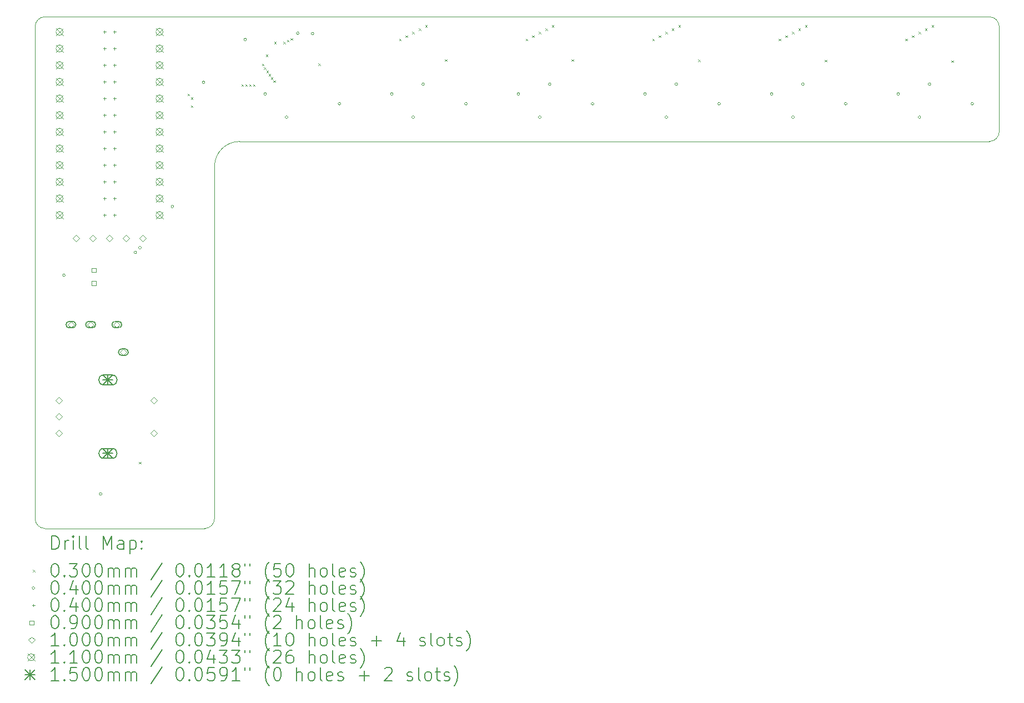
<source format=gbr>
%TF.GenerationSoftware,KiCad,Pcbnew,7.0.8*%
%TF.CreationDate,2023-10-21T22:22:23-07:00*%
%TF.ProjectId,Seismos_5CoreR,53656973-6d6f-4735-9f35-436f7265522e,rev?*%
%TF.SameCoordinates,Original*%
%TF.FileFunction,Drillmap*%
%TF.FilePolarity,Positive*%
%FSLAX45Y45*%
G04 Gerber Fmt 4.5, Leading zero omitted, Abs format (unit mm)*
G04 Created by KiCad (PCBNEW 7.0.8) date 2023-10-21 22:22:23*
%MOMM*%
%LPD*%
G01*
G04 APERTURE LIST*
%ADD10C,0.100000*%
%ADD11C,0.200000*%
%ADD12C,0.030000*%
%ADD13C,0.040000*%
%ADD14C,0.090000*%
%ADD15C,0.110000*%
%ADD16C,0.150000*%
G04 APERTURE END LIST*
D10*
X5736600Y-9650000D02*
X5736600Y-4281000D01*
X5586600Y-9800000D02*
X3150000Y-9800000D01*
X3000000Y-9650000D02*
X3000000Y-2150000D01*
X3150000Y-2000000D02*
G75*
G03*
X3000000Y-2150000I0J-150000D01*
G01*
X5586600Y-9800000D02*
G75*
G03*
X5736600Y-9650000I0J150000D01*
G01*
X17550000Y-3900000D02*
X6117600Y-3900000D01*
X17550000Y-3900000D02*
G75*
G03*
X17700000Y-3750000I0J150000D01*
G01*
X17700000Y-2150000D02*
G75*
G03*
X17550000Y-2000000I-150000J0D01*
G01*
X3000000Y-9650000D02*
G75*
G03*
X3150000Y-9800000I150000J0D01*
G01*
X6117600Y-3900000D02*
G75*
G03*
X5736600Y-4281000I0J-381000D01*
G01*
X3150000Y-2000000D02*
X17550000Y-2000000D01*
X17700000Y-2150000D02*
X17700000Y-3750000D01*
D11*
D12*
X4585000Y-8785000D02*
X4615000Y-8815000D01*
X4615000Y-8785000D02*
X4585000Y-8815000D01*
X5325000Y-3172350D02*
X5355000Y-3202350D01*
X5355000Y-3172350D02*
X5325000Y-3202350D01*
X5377650Y-3225000D02*
X5407650Y-3255000D01*
X5407650Y-3225000D02*
X5377650Y-3255000D01*
X5377650Y-3351400D02*
X5407650Y-3381400D01*
X5407650Y-3351400D02*
X5377650Y-3381400D01*
X6145149Y-3029189D02*
X6175149Y-3059189D01*
X6175149Y-3029189D02*
X6145149Y-3059189D01*
X6205099Y-3029189D02*
X6235099Y-3059189D01*
X6235099Y-3029189D02*
X6205099Y-3059189D01*
X6265050Y-3029189D02*
X6295050Y-3059189D01*
X6295050Y-3029189D02*
X6265050Y-3059189D01*
X6325000Y-3029189D02*
X6355000Y-3059189D01*
X6355000Y-3029189D02*
X6325000Y-3059189D01*
X6460000Y-2715000D02*
X6490000Y-2745000D01*
X6490000Y-2715000D02*
X6460000Y-2745000D01*
X6490958Y-2767650D02*
X6520958Y-2797650D01*
X6520958Y-2767650D02*
X6490958Y-2797650D01*
X6518735Y-2573735D02*
X6548735Y-2603735D01*
X6548735Y-2573735D02*
X6518735Y-2603735D01*
X6526897Y-2820300D02*
X6556897Y-2850300D01*
X6556897Y-2820300D02*
X6526897Y-2850300D01*
X6561680Y-2872950D02*
X6591680Y-2902950D01*
X6591680Y-2872950D02*
X6561680Y-2902950D01*
X6593770Y-2923589D02*
X6623770Y-2953589D01*
X6623770Y-2923589D02*
X6593770Y-2953589D01*
X6631547Y-2970139D02*
X6661547Y-3000139D01*
X6661547Y-2970139D02*
X6631547Y-3000139D01*
X6646467Y-2381852D02*
X6676467Y-2411852D01*
X6676467Y-2381852D02*
X6646467Y-2411852D01*
X6784912Y-2380088D02*
X6814912Y-2410088D01*
X6814912Y-2380088D02*
X6784912Y-2410088D01*
X6840150Y-2349850D02*
X6870150Y-2379850D01*
X6870150Y-2349850D02*
X6840150Y-2379850D01*
X6897555Y-2324700D02*
X6927555Y-2354700D01*
X6927555Y-2324700D02*
X6897555Y-2354700D01*
X7320000Y-2710000D02*
X7350000Y-2740000D01*
X7350000Y-2710000D02*
X7320000Y-2740000D01*
X8550000Y-2334600D02*
X8580000Y-2364600D01*
X8580000Y-2334600D02*
X8550000Y-2364600D01*
X8650000Y-2281950D02*
X8680000Y-2311950D01*
X8680000Y-2281950D02*
X8650000Y-2311950D01*
X8750000Y-2229300D02*
X8780000Y-2259300D01*
X8780000Y-2229300D02*
X8750000Y-2259300D01*
X8850000Y-2176650D02*
X8880000Y-2206650D01*
X8880000Y-2176650D02*
X8850000Y-2206650D01*
X8950000Y-2124000D02*
X8980000Y-2154000D01*
X8980000Y-2124000D02*
X8950000Y-2154000D01*
X9250000Y-2645000D02*
X9280000Y-2675000D01*
X9280000Y-2645000D02*
X9250000Y-2675000D01*
X10480000Y-2334600D02*
X10510000Y-2364600D01*
X10510000Y-2334600D02*
X10480000Y-2364600D01*
X10580000Y-2281950D02*
X10610000Y-2311950D01*
X10610000Y-2281950D02*
X10580000Y-2311950D01*
X10680000Y-2229300D02*
X10710000Y-2259300D01*
X10710000Y-2229300D02*
X10680000Y-2259300D01*
X10780000Y-2176650D02*
X10810000Y-2206650D01*
X10810000Y-2176650D02*
X10780000Y-2206650D01*
X10880000Y-2124000D02*
X10910000Y-2154000D01*
X10910000Y-2124000D02*
X10880000Y-2154000D01*
X11180000Y-2645000D02*
X11210000Y-2675000D01*
X11210000Y-2645000D02*
X11180000Y-2675000D01*
X12410000Y-2334600D02*
X12440000Y-2364600D01*
X12440000Y-2334600D02*
X12410000Y-2364600D01*
X12510000Y-2281950D02*
X12540000Y-2311950D01*
X12540000Y-2281950D02*
X12510000Y-2311950D01*
X12610000Y-2229300D02*
X12640000Y-2259300D01*
X12640000Y-2229300D02*
X12610000Y-2259300D01*
X12710000Y-2176650D02*
X12740000Y-2206650D01*
X12740000Y-2176650D02*
X12710000Y-2206650D01*
X12810000Y-2124000D02*
X12840000Y-2154000D01*
X12840000Y-2124000D02*
X12810000Y-2154000D01*
X13110000Y-2650000D02*
X13140000Y-2680000D01*
X13140000Y-2650000D02*
X13110000Y-2680000D01*
X14340000Y-2334600D02*
X14370000Y-2364600D01*
X14370000Y-2334600D02*
X14340000Y-2364600D01*
X14440000Y-2281950D02*
X14470000Y-2311950D01*
X14470000Y-2281950D02*
X14440000Y-2311950D01*
X14540000Y-2229300D02*
X14570000Y-2259300D01*
X14570000Y-2229300D02*
X14540000Y-2259300D01*
X14640000Y-2176650D02*
X14670000Y-2206650D01*
X14670000Y-2176650D02*
X14640000Y-2206650D01*
X14740000Y-2124000D02*
X14770000Y-2154000D01*
X14770000Y-2124000D02*
X14740000Y-2154000D01*
X15040000Y-2655000D02*
X15070000Y-2685000D01*
X15070000Y-2655000D02*
X15040000Y-2685000D01*
X16270000Y-2334600D02*
X16300000Y-2364600D01*
X16300000Y-2334600D02*
X16270000Y-2364600D01*
X16370000Y-2281950D02*
X16400000Y-2311950D01*
X16400000Y-2281950D02*
X16370000Y-2311950D01*
X16470000Y-2229300D02*
X16500000Y-2259300D01*
X16500000Y-2229300D02*
X16470000Y-2259300D01*
X16570000Y-2176650D02*
X16600000Y-2206650D01*
X16600000Y-2176650D02*
X16570000Y-2206650D01*
X16670000Y-2124000D02*
X16700000Y-2154000D01*
X16700000Y-2124000D02*
X16670000Y-2154000D01*
X16970000Y-2665000D02*
X17000000Y-2695000D01*
X17000000Y-2665000D02*
X16970000Y-2695000D01*
D13*
X3460000Y-5940000D02*
G75*
G03*
X3460000Y-5940000I-20000J0D01*
G01*
X4020000Y-9275000D02*
G75*
G03*
X4020000Y-9275000I-20000J0D01*
G01*
X4547863Y-5592135D02*
G75*
G03*
X4547863Y-5592135I-20000J0D01*
G01*
X4620465Y-5519486D02*
G75*
G03*
X4620465Y-5519486I-20000J0D01*
G01*
X5112750Y-4892650D02*
G75*
G03*
X5112750Y-4892650I-20000J0D01*
G01*
X5590000Y-2997500D02*
G75*
G03*
X5590000Y-2997500I-20000J0D01*
G01*
X6225000Y-2345000D02*
G75*
G03*
X6225000Y-2345000I-20000J0D01*
G01*
X6530000Y-3175000D02*
G75*
G03*
X6530000Y-3175000I-20000J0D01*
G01*
X6855000Y-3529880D02*
G75*
G03*
X6855000Y-3529880I-20000J0D01*
G01*
X7025000Y-2250000D02*
G75*
G03*
X7025000Y-2250000I-20000J0D01*
G01*
X7250000Y-2255000D02*
G75*
G03*
X7250000Y-2255000I-20000J0D01*
G01*
X7660000Y-3325000D02*
G75*
G03*
X7660000Y-3325000I-20000J0D01*
G01*
X8460000Y-3175000D02*
G75*
G03*
X8460000Y-3175000I-20000J0D01*
G01*
X8785000Y-3529880D02*
G75*
G03*
X8785000Y-3529880I-20000J0D01*
G01*
X8937053Y-3027362D02*
G75*
G03*
X8937053Y-3027362I-20000J0D01*
G01*
X9590000Y-3325000D02*
G75*
G03*
X9590000Y-3325000I-20000J0D01*
G01*
X10390000Y-3175000D02*
G75*
G03*
X10390000Y-3175000I-20000J0D01*
G01*
X10715000Y-3529880D02*
G75*
G03*
X10715000Y-3529880I-20000J0D01*
G01*
X10867053Y-3027362D02*
G75*
G03*
X10867053Y-3027362I-20000J0D01*
G01*
X11520000Y-3325000D02*
G75*
G03*
X11520000Y-3325000I-20000J0D01*
G01*
X12320000Y-3175000D02*
G75*
G03*
X12320000Y-3175000I-20000J0D01*
G01*
X12645000Y-3529880D02*
G75*
G03*
X12645000Y-3529880I-20000J0D01*
G01*
X12797053Y-3027362D02*
G75*
G03*
X12797053Y-3027362I-20000J0D01*
G01*
X13450000Y-3325000D02*
G75*
G03*
X13450000Y-3325000I-20000J0D01*
G01*
X14250000Y-3175000D02*
G75*
G03*
X14250000Y-3175000I-20000J0D01*
G01*
X14575000Y-3529880D02*
G75*
G03*
X14575000Y-3529880I-20000J0D01*
G01*
X14727053Y-3027362D02*
G75*
G03*
X14727053Y-3027362I-20000J0D01*
G01*
X15380000Y-3325000D02*
G75*
G03*
X15380000Y-3325000I-20000J0D01*
G01*
X16180000Y-3175000D02*
G75*
G03*
X16180000Y-3175000I-20000J0D01*
G01*
X16505000Y-3529880D02*
G75*
G03*
X16505000Y-3529880I-20000J0D01*
G01*
X16657053Y-3027362D02*
G75*
G03*
X16657053Y-3027362I-20000J0D01*
G01*
X17310000Y-3325000D02*
G75*
G03*
X17310000Y-3325000I-20000J0D01*
G01*
X4058800Y-2208600D02*
X4058800Y-2248600D01*
X4038800Y-2228600D02*
X4078800Y-2228600D01*
X4058800Y-2462600D02*
X4058800Y-2502600D01*
X4038800Y-2482600D02*
X4078800Y-2482600D01*
X4058800Y-2716600D02*
X4058800Y-2756600D01*
X4038800Y-2736600D02*
X4078800Y-2736600D01*
X4058800Y-2970600D02*
X4058800Y-3010600D01*
X4038800Y-2990600D02*
X4078800Y-2990600D01*
X4058800Y-3224600D02*
X4058800Y-3264600D01*
X4038800Y-3244600D02*
X4078800Y-3244600D01*
X4058800Y-3478600D02*
X4058800Y-3518600D01*
X4038800Y-3498600D02*
X4078800Y-3498600D01*
X4058800Y-3732600D02*
X4058800Y-3772600D01*
X4038800Y-3752600D02*
X4078800Y-3752600D01*
X4058800Y-3986600D02*
X4058800Y-4026600D01*
X4038800Y-4006600D02*
X4078800Y-4006600D01*
X4058800Y-4240600D02*
X4058800Y-4280600D01*
X4038800Y-4260600D02*
X4078800Y-4260600D01*
X4058800Y-4494600D02*
X4058800Y-4534600D01*
X4038800Y-4514600D02*
X4078800Y-4514600D01*
X4058800Y-4748600D02*
X4058800Y-4788600D01*
X4038800Y-4768600D02*
X4078800Y-4768600D01*
X4058800Y-5002600D02*
X4058800Y-5042600D01*
X4038800Y-5022600D02*
X4078800Y-5022600D01*
X4211200Y-2208600D02*
X4211200Y-2248600D01*
X4191200Y-2228600D02*
X4231200Y-2228600D01*
X4211200Y-2462600D02*
X4211200Y-2502600D01*
X4191200Y-2482600D02*
X4231200Y-2482600D01*
X4211200Y-2716600D02*
X4211200Y-2756600D01*
X4191200Y-2736600D02*
X4231200Y-2736600D01*
X4211200Y-2970600D02*
X4211200Y-3010600D01*
X4191200Y-2990600D02*
X4231200Y-2990600D01*
X4211200Y-3224600D02*
X4211200Y-3264600D01*
X4191200Y-3244600D02*
X4231200Y-3244600D01*
X4211200Y-3478600D02*
X4211200Y-3518600D01*
X4191200Y-3498600D02*
X4231200Y-3498600D01*
X4211200Y-3732600D02*
X4211200Y-3772600D01*
X4191200Y-3752600D02*
X4231200Y-3752600D01*
X4211200Y-3986600D02*
X4211200Y-4026600D01*
X4191200Y-4006600D02*
X4231200Y-4006600D01*
X4211200Y-4240600D02*
X4211200Y-4280600D01*
X4191200Y-4260600D02*
X4231200Y-4260600D01*
X4211200Y-4494600D02*
X4211200Y-4534600D01*
X4191200Y-4514600D02*
X4231200Y-4514600D01*
X4211200Y-4748600D02*
X4211200Y-4788600D01*
X4191200Y-4768600D02*
X4231200Y-4768600D01*
X4211200Y-5002600D02*
X4211200Y-5042600D01*
X4191200Y-5022600D02*
X4231200Y-5022600D01*
D14*
X3926770Y-5895020D02*
X3926770Y-5831380D01*
X3863130Y-5831380D01*
X3863130Y-5895020D01*
X3926770Y-5895020D01*
X3926770Y-6095020D02*
X3926770Y-6031380D01*
X3863130Y-6031380D01*
X3863130Y-6095020D01*
X3926770Y-6095020D01*
D10*
X3361000Y-7896000D02*
X3411000Y-7846000D01*
X3361000Y-7796000D01*
X3311000Y-7846000D01*
X3361000Y-7896000D01*
X3361000Y-8146000D02*
X3411000Y-8096000D01*
X3361000Y-8046000D01*
X3311000Y-8096000D01*
X3361000Y-8146000D01*
X3361000Y-8396000D02*
X3411000Y-8346000D01*
X3361000Y-8296000D01*
X3311000Y-8346000D01*
X3361000Y-8396000D01*
X3547000Y-6742500D02*
X3597000Y-6692500D01*
X3547000Y-6642500D01*
X3497000Y-6692500D01*
X3547000Y-6742500D01*
D11*
X3522000Y-6742500D02*
X3572000Y-6742500D01*
X3572000Y-6742500D02*
G75*
G03*
X3572000Y-6642500I0J50000D01*
G01*
X3572000Y-6642500D02*
X3522000Y-6642500D01*
X3522000Y-6642500D02*
G75*
G03*
X3522000Y-6742500I0J-50000D01*
G01*
D10*
X3628400Y-5426600D02*
X3678400Y-5376600D01*
X3628400Y-5326600D01*
X3578400Y-5376600D01*
X3628400Y-5426600D01*
X3847000Y-6742500D02*
X3897000Y-6692500D01*
X3847000Y-6642500D01*
X3797000Y-6692500D01*
X3847000Y-6742500D01*
D11*
X3822000Y-6742500D02*
X3872000Y-6742500D01*
X3872000Y-6742500D02*
G75*
G03*
X3872000Y-6642500I0J50000D01*
G01*
X3872000Y-6642500D02*
X3822000Y-6642500D01*
X3822000Y-6642500D02*
G75*
G03*
X3822000Y-6742500I0J-50000D01*
G01*
D10*
X3882400Y-5426600D02*
X3932400Y-5376600D01*
X3882400Y-5326600D01*
X3832400Y-5376600D01*
X3882400Y-5426600D01*
X4136400Y-5426600D02*
X4186400Y-5376600D01*
X4136400Y-5326600D01*
X4086400Y-5376600D01*
X4136400Y-5426600D01*
X4247000Y-6742500D02*
X4297000Y-6692500D01*
X4247000Y-6642500D01*
X4197000Y-6692500D01*
X4247000Y-6742500D01*
D11*
X4222000Y-6742500D02*
X4272000Y-6742500D01*
X4272000Y-6742500D02*
G75*
G03*
X4272000Y-6642500I0J50000D01*
G01*
X4272000Y-6642500D02*
X4222000Y-6642500D01*
X4222000Y-6642500D02*
G75*
G03*
X4222000Y-6742500I0J-50000D01*
G01*
D10*
X4347000Y-7162500D02*
X4397000Y-7112500D01*
X4347000Y-7062500D01*
X4297000Y-7112500D01*
X4347000Y-7162500D01*
D11*
X4322000Y-7162500D02*
X4372000Y-7162500D01*
X4372000Y-7162500D02*
G75*
G03*
X4372000Y-7062500I0J50000D01*
G01*
X4372000Y-7062500D02*
X4322000Y-7062500D01*
X4322000Y-7062500D02*
G75*
G03*
X4322000Y-7162500I0J-50000D01*
G01*
D10*
X4390400Y-5426600D02*
X4440400Y-5376600D01*
X4390400Y-5326600D01*
X4340400Y-5376600D01*
X4390400Y-5426600D01*
X4644400Y-5426600D02*
X4694400Y-5376600D01*
X4644400Y-5326600D01*
X4594400Y-5376600D01*
X4644400Y-5426600D01*
X4811000Y-7896000D02*
X4861000Y-7846000D01*
X4811000Y-7796000D01*
X4761000Y-7846000D01*
X4811000Y-7896000D01*
X4811000Y-8396000D02*
X4861000Y-8346000D01*
X4811000Y-8296000D01*
X4761000Y-8346000D01*
X4811000Y-8396000D01*
D15*
X3318000Y-2173600D02*
X3428000Y-2283600D01*
X3428000Y-2173600D02*
X3318000Y-2283600D01*
X3428000Y-2228600D02*
G75*
G03*
X3428000Y-2228600I-55000J0D01*
G01*
X3318000Y-2173600D02*
X3428000Y-2283600D01*
X3428000Y-2173600D02*
X3318000Y-2283600D01*
X3428000Y-2228600D02*
G75*
G03*
X3428000Y-2228600I-55000J0D01*
G01*
X3318000Y-2427600D02*
X3428000Y-2537600D01*
X3428000Y-2427600D02*
X3318000Y-2537600D01*
X3428000Y-2482600D02*
G75*
G03*
X3428000Y-2482600I-55000J0D01*
G01*
X3318000Y-2681600D02*
X3428000Y-2791600D01*
X3428000Y-2681600D02*
X3318000Y-2791600D01*
X3428000Y-2736600D02*
G75*
G03*
X3428000Y-2736600I-55000J0D01*
G01*
X3318000Y-2935600D02*
X3428000Y-3045600D01*
X3428000Y-2935600D02*
X3318000Y-3045600D01*
X3428000Y-2990600D02*
G75*
G03*
X3428000Y-2990600I-55000J0D01*
G01*
X3318000Y-3189600D02*
X3428000Y-3299600D01*
X3428000Y-3189600D02*
X3318000Y-3299600D01*
X3428000Y-3244600D02*
G75*
G03*
X3428000Y-3244600I-55000J0D01*
G01*
X3318000Y-3443600D02*
X3428000Y-3553600D01*
X3428000Y-3443600D02*
X3318000Y-3553600D01*
X3428000Y-3498600D02*
G75*
G03*
X3428000Y-3498600I-55000J0D01*
G01*
X3318000Y-3697600D02*
X3428000Y-3807600D01*
X3428000Y-3697600D02*
X3318000Y-3807600D01*
X3428000Y-3752600D02*
G75*
G03*
X3428000Y-3752600I-55000J0D01*
G01*
X3318000Y-3951600D02*
X3428000Y-4061600D01*
X3428000Y-3951600D02*
X3318000Y-4061600D01*
X3428000Y-4006600D02*
G75*
G03*
X3428000Y-4006600I-55000J0D01*
G01*
X3318000Y-4205600D02*
X3428000Y-4315600D01*
X3428000Y-4205600D02*
X3318000Y-4315600D01*
X3428000Y-4260600D02*
G75*
G03*
X3428000Y-4260600I-55000J0D01*
G01*
X3318000Y-4459600D02*
X3428000Y-4569600D01*
X3428000Y-4459600D02*
X3318000Y-4569600D01*
X3428000Y-4514600D02*
G75*
G03*
X3428000Y-4514600I-55000J0D01*
G01*
X3318000Y-4713600D02*
X3428000Y-4823600D01*
X3428000Y-4713600D02*
X3318000Y-4823600D01*
X3428000Y-4768600D02*
G75*
G03*
X3428000Y-4768600I-55000J0D01*
G01*
X3318000Y-4967600D02*
X3428000Y-5077600D01*
X3428000Y-4967600D02*
X3318000Y-5077600D01*
X3428000Y-5022600D02*
G75*
G03*
X3428000Y-5022600I-55000J0D01*
G01*
X4842000Y-2173600D02*
X4952000Y-2283600D01*
X4952000Y-2173600D02*
X4842000Y-2283600D01*
X4952000Y-2228600D02*
G75*
G03*
X4952000Y-2228600I-55000J0D01*
G01*
X4842000Y-2173600D02*
X4952000Y-2283600D01*
X4952000Y-2173600D02*
X4842000Y-2283600D01*
X4952000Y-2228600D02*
G75*
G03*
X4952000Y-2228600I-55000J0D01*
G01*
X4842000Y-2427600D02*
X4952000Y-2537600D01*
X4952000Y-2427600D02*
X4842000Y-2537600D01*
X4952000Y-2482600D02*
G75*
G03*
X4952000Y-2482600I-55000J0D01*
G01*
X4842000Y-2681600D02*
X4952000Y-2791600D01*
X4952000Y-2681600D02*
X4842000Y-2791600D01*
X4952000Y-2736600D02*
G75*
G03*
X4952000Y-2736600I-55000J0D01*
G01*
X4842000Y-2935600D02*
X4952000Y-3045600D01*
X4952000Y-2935600D02*
X4842000Y-3045600D01*
X4952000Y-2990600D02*
G75*
G03*
X4952000Y-2990600I-55000J0D01*
G01*
X4842000Y-3189600D02*
X4952000Y-3299600D01*
X4952000Y-3189600D02*
X4842000Y-3299600D01*
X4952000Y-3244600D02*
G75*
G03*
X4952000Y-3244600I-55000J0D01*
G01*
X4842000Y-3443600D02*
X4952000Y-3553600D01*
X4952000Y-3443600D02*
X4842000Y-3553600D01*
X4952000Y-3498600D02*
G75*
G03*
X4952000Y-3498600I-55000J0D01*
G01*
X4842000Y-3697600D02*
X4952000Y-3807600D01*
X4952000Y-3697600D02*
X4842000Y-3807600D01*
X4952000Y-3752600D02*
G75*
G03*
X4952000Y-3752600I-55000J0D01*
G01*
X4842000Y-3951600D02*
X4952000Y-4061600D01*
X4952000Y-3951600D02*
X4842000Y-4061600D01*
X4952000Y-4006600D02*
G75*
G03*
X4952000Y-4006600I-55000J0D01*
G01*
X4842000Y-4205600D02*
X4952000Y-4315600D01*
X4952000Y-4205600D02*
X4842000Y-4315600D01*
X4952000Y-4260600D02*
G75*
G03*
X4952000Y-4260600I-55000J0D01*
G01*
X4842000Y-4459600D02*
X4952000Y-4569600D01*
X4952000Y-4459600D02*
X4842000Y-4569600D01*
X4952000Y-4514600D02*
G75*
G03*
X4952000Y-4514600I-55000J0D01*
G01*
X4842000Y-4713600D02*
X4952000Y-4823600D01*
X4952000Y-4713600D02*
X4842000Y-4823600D01*
X4952000Y-4768600D02*
G75*
G03*
X4952000Y-4768600I-55000J0D01*
G01*
X4842000Y-4967600D02*
X4952000Y-5077600D01*
X4952000Y-4967600D02*
X4842000Y-5077600D01*
X4952000Y-5022600D02*
G75*
G03*
X4952000Y-5022600I-55000J0D01*
G01*
D16*
X4036000Y-7461000D02*
X4186000Y-7611000D01*
X4186000Y-7461000D02*
X4036000Y-7611000D01*
X4111000Y-7461000D02*
X4111000Y-7611000D01*
X4036000Y-7536000D02*
X4186000Y-7536000D01*
D11*
X4046000Y-7611000D02*
X4176000Y-7611000D01*
X4176000Y-7611000D02*
G75*
G03*
X4176000Y-7461000I0J75000D01*
G01*
X4176000Y-7461000D02*
X4046000Y-7461000D01*
X4046000Y-7461000D02*
G75*
G03*
X4046000Y-7611000I0J-75000D01*
G01*
D16*
X4036000Y-8581000D02*
X4186000Y-8731000D01*
X4186000Y-8581000D02*
X4036000Y-8731000D01*
X4111000Y-8581000D02*
X4111000Y-8731000D01*
X4036000Y-8656000D02*
X4186000Y-8656000D01*
D11*
X4046000Y-8731000D02*
X4176000Y-8731000D01*
X4176000Y-8731000D02*
G75*
G03*
X4176000Y-8581000I0J75000D01*
G01*
X4176000Y-8581000D02*
X4046000Y-8581000D01*
X4046000Y-8581000D02*
G75*
G03*
X4046000Y-8731000I0J-75000D01*
G01*
X3255777Y-10116484D02*
X3255777Y-9916484D01*
X3255777Y-9916484D02*
X3303396Y-9916484D01*
X3303396Y-9916484D02*
X3331967Y-9926008D01*
X3331967Y-9926008D02*
X3351015Y-9945055D01*
X3351015Y-9945055D02*
X3360539Y-9964103D01*
X3360539Y-9964103D02*
X3370062Y-10002198D01*
X3370062Y-10002198D02*
X3370062Y-10030770D01*
X3370062Y-10030770D02*
X3360539Y-10068865D01*
X3360539Y-10068865D02*
X3351015Y-10087912D01*
X3351015Y-10087912D02*
X3331967Y-10106960D01*
X3331967Y-10106960D02*
X3303396Y-10116484D01*
X3303396Y-10116484D02*
X3255777Y-10116484D01*
X3455777Y-10116484D02*
X3455777Y-9983150D01*
X3455777Y-10021246D02*
X3465301Y-10002198D01*
X3465301Y-10002198D02*
X3474824Y-9992674D01*
X3474824Y-9992674D02*
X3493872Y-9983150D01*
X3493872Y-9983150D02*
X3512920Y-9983150D01*
X3579586Y-10116484D02*
X3579586Y-9983150D01*
X3579586Y-9916484D02*
X3570062Y-9926008D01*
X3570062Y-9926008D02*
X3579586Y-9935531D01*
X3579586Y-9935531D02*
X3589110Y-9926008D01*
X3589110Y-9926008D02*
X3579586Y-9916484D01*
X3579586Y-9916484D02*
X3579586Y-9935531D01*
X3703396Y-10116484D02*
X3684348Y-10106960D01*
X3684348Y-10106960D02*
X3674824Y-10087912D01*
X3674824Y-10087912D02*
X3674824Y-9916484D01*
X3808158Y-10116484D02*
X3789110Y-10106960D01*
X3789110Y-10106960D02*
X3779586Y-10087912D01*
X3779586Y-10087912D02*
X3779586Y-9916484D01*
X4036729Y-10116484D02*
X4036729Y-9916484D01*
X4036729Y-9916484D02*
X4103396Y-10059341D01*
X4103396Y-10059341D02*
X4170062Y-9916484D01*
X4170062Y-9916484D02*
X4170062Y-10116484D01*
X4351015Y-10116484D02*
X4351015Y-10011722D01*
X4351015Y-10011722D02*
X4341491Y-9992674D01*
X4341491Y-9992674D02*
X4322444Y-9983150D01*
X4322444Y-9983150D02*
X4284348Y-9983150D01*
X4284348Y-9983150D02*
X4265301Y-9992674D01*
X4351015Y-10106960D02*
X4331967Y-10116484D01*
X4331967Y-10116484D02*
X4284348Y-10116484D01*
X4284348Y-10116484D02*
X4265301Y-10106960D01*
X4265301Y-10106960D02*
X4255777Y-10087912D01*
X4255777Y-10087912D02*
X4255777Y-10068865D01*
X4255777Y-10068865D02*
X4265301Y-10049817D01*
X4265301Y-10049817D02*
X4284348Y-10040293D01*
X4284348Y-10040293D02*
X4331967Y-10040293D01*
X4331967Y-10040293D02*
X4351015Y-10030770D01*
X4446253Y-9983150D02*
X4446253Y-10183150D01*
X4446253Y-9992674D02*
X4465301Y-9983150D01*
X4465301Y-9983150D02*
X4503396Y-9983150D01*
X4503396Y-9983150D02*
X4522444Y-9992674D01*
X4522444Y-9992674D02*
X4531967Y-10002198D01*
X4531967Y-10002198D02*
X4541491Y-10021246D01*
X4541491Y-10021246D02*
X4541491Y-10078389D01*
X4541491Y-10078389D02*
X4531967Y-10097436D01*
X4531967Y-10097436D02*
X4522444Y-10106960D01*
X4522444Y-10106960D02*
X4503396Y-10116484D01*
X4503396Y-10116484D02*
X4465301Y-10116484D01*
X4465301Y-10116484D02*
X4446253Y-10106960D01*
X4627205Y-10097436D02*
X4636729Y-10106960D01*
X4636729Y-10106960D02*
X4627205Y-10116484D01*
X4627205Y-10116484D02*
X4617682Y-10106960D01*
X4617682Y-10106960D02*
X4627205Y-10097436D01*
X4627205Y-10097436D02*
X4627205Y-10116484D01*
X4627205Y-9992674D02*
X4636729Y-10002198D01*
X4636729Y-10002198D02*
X4627205Y-10011722D01*
X4627205Y-10011722D02*
X4617682Y-10002198D01*
X4617682Y-10002198D02*
X4627205Y-9992674D01*
X4627205Y-9992674D02*
X4627205Y-10011722D01*
D12*
X2965000Y-10430000D02*
X2995000Y-10460000D01*
X2995000Y-10430000D02*
X2965000Y-10460000D01*
D11*
X3293872Y-10336484D02*
X3312920Y-10336484D01*
X3312920Y-10336484D02*
X3331967Y-10346008D01*
X3331967Y-10346008D02*
X3341491Y-10355531D01*
X3341491Y-10355531D02*
X3351015Y-10374579D01*
X3351015Y-10374579D02*
X3360539Y-10412674D01*
X3360539Y-10412674D02*
X3360539Y-10460293D01*
X3360539Y-10460293D02*
X3351015Y-10498389D01*
X3351015Y-10498389D02*
X3341491Y-10517436D01*
X3341491Y-10517436D02*
X3331967Y-10526960D01*
X3331967Y-10526960D02*
X3312920Y-10536484D01*
X3312920Y-10536484D02*
X3293872Y-10536484D01*
X3293872Y-10536484D02*
X3274824Y-10526960D01*
X3274824Y-10526960D02*
X3265301Y-10517436D01*
X3265301Y-10517436D02*
X3255777Y-10498389D01*
X3255777Y-10498389D02*
X3246253Y-10460293D01*
X3246253Y-10460293D02*
X3246253Y-10412674D01*
X3246253Y-10412674D02*
X3255777Y-10374579D01*
X3255777Y-10374579D02*
X3265301Y-10355531D01*
X3265301Y-10355531D02*
X3274824Y-10346008D01*
X3274824Y-10346008D02*
X3293872Y-10336484D01*
X3446253Y-10517436D02*
X3455777Y-10526960D01*
X3455777Y-10526960D02*
X3446253Y-10536484D01*
X3446253Y-10536484D02*
X3436729Y-10526960D01*
X3436729Y-10526960D02*
X3446253Y-10517436D01*
X3446253Y-10517436D02*
X3446253Y-10536484D01*
X3522443Y-10336484D02*
X3646253Y-10336484D01*
X3646253Y-10336484D02*
X3579586Y-10412674D01*
X3579586Y-10412674D02*
X3608158Y-10412674D01*
X3608158Y-10412674D02*
X3627205Y-10422198D01*
X3627205Y-10422198D02*
X3636729Y-10431722D01*
X3636729Y-10431722D02*
X3646253Y-10450770D01*
X3646253Y-10450770D02*
X3646253Y-10498389D01*
X3646253Y-10498389D02*
X3636729Y-10517436D01*
X3636729Y-10517436D02*
X3627205Y-10526960D01*
X3627205Y-10526960D02*
X3608158Y-10536484D01*
X3608158Y-10536484D02*
X3551015Y-10536484D01*
X3551015Y-10536484D02*
X3531967Y-10526960D01*
X3531967Y-10526960D02*
X3522443Y-10517436D01*
X3770062Y-10336484D02*
X3789110Y-10336484D01*
X3789110Y-10336484D02*
X3808158Y-10346008D01*
X3808158Y-10346008D02*
X3817682Y-10355531D01*
X3817682Y-10355531D02*
X3827205Y-10374579D01*
X3827205Y-10374579D02*
X3836729Y-10412674D01*
X3836729Y-10412674D02*
X3836729Y-10460293D01*
X3836729Y-10460293D02*
X3827205Y-10498389D01*
X3827205Y-10498389D02*
X3817682Y-10517436D01*
X3817682Y-10517436D02*
X3808158Y-10526960D01*
X3808158Y-10526960D02*
X3789110Y-10536484D01*
X3789110Y-10536484D02*
X3770062Y-10536484D01*
X3770062Y-10536484D02*
X3751015Y-10526960D01*
X3751015Y-10526960D02*
X3741491Y-10517436D01*
X3741491Y-10517436D02*
X3731967Y-10498389D01*
X3731967Y-10498389D02*
X3722443Y-10460293D01*
X3722443Y-10460293D02*
X3722443Y-10412674D01*
X3722443Y-10412674D02*
X3731967Y-10374579D01*
X3731967Y-10374579D02*
X3741491Y-10355531D01*
X3741491Y-10355531D02*
X3751015Y-10346008D01*
X3751015Y-10346008D02*
X3770062Y-10336484D01*
X3960539Y-10336484D02*
X3979586Y-10336484D01*
X3979586Y-10336484D02*
X3998634Y-10346008D01*
X3998634Y-10346008D02*
X4008158Y-10355531D01*
X4008158Y-10355531D02*
X4017682Y-10374579D01*
X4017682Y-10374579D02*
X4027205Y-10412674D01*
X4027205Y-10412674D02*
X4027205Y-10460293D01*
X4027205Y-10460293D02*
X4017682Y-10498389D01*
X4017682Y-10498389D02*
X4008158Y-10517436D01*
X4008158Y-10517436D02*
X3998634Y-10526960D01*
X3998634Y-10526960D02*
X3979586Y-10536484D01*
X3979586Y-10536484D02*
X3960539Y-10536484D01*
X3960539Y-10536484D02*
X3941491Y-10526960D01*
X3941491Y-10526960D02*
X3931967Y-10517436D01*
X3931967Y-10517436D02*
X3922443Y-10498389D01*
X3922443Y-10498389D02*
X3912920Y-10460293D01*
X3912920Y-10460293D02*
X3912920Y-10412674D01*
X3912920Y-10412674D02*
X3922443Y-10374579D01*
X3922443Y-10374579D02*
X3931967Y-10355531D01*
X3931967Y-10355531D02*
X3941491Y-10346008D01*
X3941491Y-10346008D02*
X3960539Y-10336484D01*
X4112920Y-10536484D02*
X4112920Y-10403150D01*
X4112920Y-10422198D02*
X4122443Y-10412674D01*
X4122443Y-10412674D02*
X4141491Y-10403150D01*
X4141491Y-10403150D02*
X4170063Y-10403150D01*
X4170063Y-10403150D02*
X4189110Y-10412674D01*
X4189110Y-10412674D02*
X4198634Y-10431722D01*
X4198634Y-10431722D02*
X4198634Y-10536484D01*
X4198634Y-10431722D02*
X4208158Y-10412674D01*
X4208158Y-10412674D02*
X4227205Y-10403150D01*
X4227205Y-10403150D02*
X4255777Y-10403150D01*
X4255777Y-10403150D02*
X4274825Y-10412674D01*
X4274825Y-10412674D02*
X4284348Y-10431722D01*
X4284348Y-10431722D02*
X4284348Y-10536484D01*
X4379586Y-10536484D02*
X4379586Y-10403150D01*
X4379586Y-10422198D02*
X4389110Y-10412674D01*
X4389110Y-10412674D02*
X4408158Y-10403150D01*
X4408158Y-10403150D02*
X4436729Y-10403150D01*
X4436729Y-10403150D02*
X4455777Y-10412674D01*
X4455777Y-10412674D02*
X4465301Y-10431722D01*
X4465301Y-10431722D02*
X4465301Y-10536484D01*
X4465301Y-10431722D02*
X4474825Y-10412674D01*
X4474825Y-10412674D02*
X4493872Y-10403150D01*
X4493872Y-10403150D02*
X4522444Y-10403150D01*
X4522444Y-10403150D02*
X4541491Y-10412674D01*
X4541491Y-10412674D02*
X4551015Y-10431722D01*
X4551015Y-10431722D02*
X4551015Y-10536484D01*
X4941491Y-10326960D02*
X4770063Y-10584103D01*
X5198634Y-10336484D02*
X5217682Y-10336484D01*
X5217682Y-10336484D02*
X5236729Y-10346008D01*
X5236729Y-10346008D02*
X5246253Y-10355531D01*
X5246253Y-10355531D02*
X5255777Y-10374579D01*
X5255777Y-10374579D02*
X5265301Y-10412674D01*
X5265301Y-10412674D02*
X5265301Y-10460293D01*
X5265301Y-10460293D02*
X5255777Y-10498389D01*
X5255777Y-10498389D02*
X5246253Y-10517436D01*
X5246253Y-10517436D02*
X5236729Y-10526960D01*
X5236729Y-10526960D02*
X5217682Y-10536484D01*
X5217682Y-10536484D02*
X5198634Y-10536484D01*
X5198634Y-10536484D02*
X5179587Y-10526960D01*
X5179587Y-10526960D02*
X5170063Y-10517436D01*
X5170063Y-10517436D02*
X5160539Y-10498389D01*
X5160539Y-10498389D02*
X5151015Y-10460293D01*
X5151015Y-10460293D02*
X5151015Y-10412674D01*
X5151015Y-10412674D02*
X5160539Y-10374579D01*
X5160539Y-10374579D02*
X5170063Y-10355531D01*
X5170063Y-10355531D02*
X5179587Y-10346008D01*
X5179587Y-10346008D02*
X5198634Y-10336484D01*
X5351015Y-10517436D02*
X5360539Y-10526960D01*
X5360539Y-10526960D02*
X5351015Y-10536484D01*
X5351015Y-10536484D02*
X5341491Y-10526960D01*
X5341491Y-10526960D02*
X5351015Y-10517436D01*
X5351015Y-10517436D02*
X5351015Y-10536484D01*
X5484348Y-10336484D02*
X5503396Y-10336484D01*
X5503396Y-10336484D02*
X5522444Y-10346008D01*
X5522444Y-10346008D02*
X5531968Y-10355531D01*
X5531968Y-10355531D02*
X5541491Y-10374579D01*
X5541491Y-10374579D02*
X5551015Y-10412674D01*
X5551015Y-10412674D02*
X5551015Y-10460293D01*
X5551015Y-10460293D02*
X5541491Y-10498389D01*
X5541491Y-10498389D02*
X5531968Y-10517436D01*
X5531968Y-10517436D02*
X5522444Y-10526960D01*
X5522444Y-10526960D02*
X5503396Y-10536484D01*
X5503396Y-10536484D02*
X5484348Y-10536484D01*
X5484348Y-10536484D02*
X5465301Y-10526960D01*
X5465301Y-10526960D02*
X5455777Y-10517436D01*
X5455777Y-10517436D02*
X5446253Y-10498389D01*
X5446253Y-10498389D02*
X5436729Y-10460293D01*
X5436729Y-10460293D02*
X5436729Y-10412674D01*
X5436729Y-10412674D02*
X5446253Y-10374579D01*
X5446253Y-10374579D02*
X5455777Y-10355531D01*
X5455777Y-10355531D02*
X5465301Y-10346008D01*
X5465301Y-10346008D02*
X5484348Y-10336484D01*
X5741491Y-10536484D02*
X5627206Y-10536484D01*
X5684348Y-10536484D02*
X5684348Y-10336484D01*
X5684348Y-10336484D02*
X5665301Y-10365055D01*
X5665301Y-10365055D02*
X5646253Y-10384103D01*
X5646253Y-10384103D02*
X5627206Y-10393627D01*
X5931967Y-10536484D02*
X5817682Y-10536484D01*
X5874825Y-10536484D02*
X5874825Y-10336484D01*
X5874825Y-10336484D02*
X5855777Y-10365055D01*
X5855777Y-10365055D02*
X5836729Y-10384103D01*
X5836729Y-10384103D02*
X5817682Y-10393627D01*
X6046253Y-10422198D02*
X6027206Y-10412674D01*
X6027206Y-10412674D02*
X6017682Y-10403150D01*
X6017682Y-10403150D02*
X6008158Y-10384103D01*
X6008158Y-10384103D02*
X6008158Y-10374579D01*
X6008158Y-10374579D02*
X6017682Y-10355531D01*
X6017682Y-10355531D02*
X6027206Y-10346008D01*
X6027206Y-10346008D02*
X6046253Y-10336484D01*
X6046253Y-10336484D02*
X6084348Y-10336484D01*
X6084348Y-10336484D02*
X6103396Y-10346008D01*
X6103396Y-10346008D02*
X6112920Y-10355531D01*
X6112920Y-10355531D02*
X6122444Y-10374579D01*
X6122444Y-10374579D02*
X6122444Y-10384103D01*
X6122444Y-10384103D02*
X6112920Y-10403150D01*
X6112920Y-10403150D02*
X6103396Y-10412674D01*
X6103396Y-10412674D02*
X6084348Y-10422198D01*
X6084348Y-10422198D02*
X6046253Y-10422198D01*
X6046253Y-10422198D02*
X6027206Y-10431722D01*
X6027206Y-10431722D02*
X6017682Y-10441246D01*
X6017682Y-10441246D02*
X6008158Y-10460293D01*
X6008158Y-10460293D02*
X6008158Y-10498389D01*
X6008158Y-10498389D02*
X6017682Y-10517436D01*
X6017682Y-10517436D02*
X6027206Y-10526960D01*
X6027206Y-10526960D02*
X6046253Y-10536484D01*
X6046253Y-10536484D02*
X6084348Y-10536484D01*
X6084348Y-10536484D02*
X6103396Y-10526960D01*
X6103396Y-10526960D02*
X6112920Y-10517436D01*
X6112920Y-10517436D02*
X6122444Y-10498389D01*
X6122444Y-10498389D02*
X6122444Y-10460293D01*
X6122444Y-10460293D02*
X6112920Y-10441246D01*
X6112920Y-10441246D02*
X6103396Y-10431722D01*
X6103396Y-10431722D02*
X6084348Y-10422198D01*
X6198634Y-10336484D02*
X6198634Y-10374579D01*
X6274825Y-10336484D02*
X6274825Y-10374579D01*
X6570063Y-10612674D02*
X6560539Y-10603150D01*
X6560539Y-10603150D02*
X6541491Y-10574579D01*
X6541491Y-10574579D02*
X6531968Y-10555531D01*
X6531968Y-10555531D02*
X6522444Y-10526960D01*
X6522444Y-10526960D02*
X6512920Y-10479341D01*
X6512920Y-10479341D02*
X6512920Y-10441246D01*
X6512920Y-10441246D02*
X6522444Y-10393627D01*
X6522444Y-10393627D02*
X6531968Y-10365055D01*
X6531968Y-10365055D02*
X6541491Y-10346008D01*
X6541491Y-10346008D02*
X6560539Y-10317436D01*
X6560539Y-10317436D02*
X6570063Y-10307912D01*
X6741491Y-10336484D02*
X6646253Y-10336484D01*
X6646253Y-10336484D02*
X6636729Y-10431722D01*
X6636729Y-10431722D02*
X6646253Y-10422198D01*
X6646253Y-10422198D02*
X6665301Y-10412674D01*
X6665301Y-10412674D02*
X6712920Y-10412674D01*
X6712920Y-10412674D02*
X6731968Y-10422198D01*
X6731968Y-10422198D02*
X6741491Y-10431722D01*
X6741491Y-10431722D02*
X6751015Y-10450770D01*
X6751015Y-10450770D02*
X6751015Y-10498389D01*
X6751015Y-10498389D02*
X6741491Y-10517436D01*
X6741491Y-10517436D02*
X6731968Y-10526960D01*
X6731968Y-10526960D02*
X6712920Y-10536484D01*
X6712920Y-10536484D02*
X6665301Y-10536484D01*
X6665301Y-10536484D02*
X6646253Y-10526960D01*
X6646253Y-10526960D02*
X6636729Y-10517436D01*
X6874825Y-10336484D02*
X6893872Y-10336484D01*
X6893872Y-10336484D02*
X6912920Y-10346008D01*
X6912920Y-10346008D02*
X6922444Y-10355531D01*
X6922444Y-10355531D02*
X6931968Y-10374579D01*
X6931968Y-10374579D02*
X6941491Y-10412674D01*
X6941491Y-10412674D02*
X6941491Y-10460293D01*
X6941491Y-10460293D02*
X6931968Y-10498389D01*
X6931968Y-10498389D02*
X6922444Y-10517436D01*
X6922444Y-10517436D02*
X6912920Y-10526960D01*
X6912920Y-10526960D02*
X6893872Y-10536484D01*
X6893872Y-10536484D02*
X6874825Y-10536484D01*
X6874825Y-10536484D02*
X6855777Y-10526960D01*
X6855777Y-10526960D02*
X6846253Y-10517436D01*
X6846253Y-10517436D02*
X6836729Y-10498389D01*
X6836729Y-10498389D02*
X6827206Y-10460293D01*
X6827206Y-10460293D02*
X6827206Y-10412674D01*
X6827206Y-10412674D02*
X6836729Y-10374579D01*
X6836729Y-10374579D02*
X6846253Y-10355531D01*
X6846253Y-10355531D02*
X6855777Y-10346008D01*
X6855777Y-10346008D02*
X6874825Y-10336484D01*
X7179587Y-10536484D02*
X7179587Y-10336484D01*
X7265301Y-10536484D02*
X7265301Y-10431722D01*
X7265301Y-10431722D02*
X7255777Y-10412674D01*
X7255777Y-10412674D02*
X7236730Y-10403150D01*
X7236730Y-10403150D02*
X7208158Y-10403150D01*
X7208158Y-10403150D02*
X7189110Y-10412674D01*
X7189110Y-10412674D02*
X7179587Y-10422198D01*
X7389110Y-10536484D02*
X7370063Y-10526960D01*
X7370063Y-10526960D02*
X7360539Y-10517436D01*
X7360539Y-10517436D02*
X7351015Y-10498389D01*
X7351015Y-10498389D02*
X7351015Y-10441246D01*
X7351015Y-10441246D02*
X7360539Y-10422198D01*
X7360539Y-10422198D02*
X7370063Y-10412674D01*
X7370063Y-10412674D02*
X7389110Y-10403150D01*
X7389110Y-10403150D02*
X7417682Y-10403150D01*
X7417682Y-10403150D02*
X7436730Y-10412674D01*
X7436730Y-10412674D02*
X7446253Y-10422198D01*
X7446253Y-10422198D02*
X7455777Y-10441246D01*
X7455777Y-10441246D02*
X7455777Y-10498389D01*
X7455777Y-10498389D02*
X7446253Y-10517436D01*
X7446253Y-10517436D02*
X7436730Y-10526960D01*
X7436730Y-10526960D02*
X7417682Y-10536484D01*
X7417682Y-10536484D02*
X7389110Y-10536484D01*
X7570063Y-10536484D02*
X7551015Y-10526960D01*
X7551015Y-10526960D02*
X7541491Y-10507912D01*
X7541491Y-10507912D02*
X7541491Y-10336484D01*
X7722444Y-10526960D02*
X7703396Y-10536484D01*
X7703396Y-10536484D02*
X7665301Y-10536484D01*
X7665301Y-10536484D02*
X7646253Y-10526960D01*
X7646253Y-10526960D02*
X7636730Y-10507912D01*
X7636730Y-10507912D02*
X7636730Y-10431722D01*
X7636730Y-10431722D02*
X7646253Y-10412674D01*
X7646253Y-10412674D02*
X7665301Y-10403150D01*
X7665301Y-10403150D02*
X7703396Y-10403150D01*
X7703396Y-10403150D02*
X7722444Y-10412674D01*
X7722444Y-10412674D02*
X7731968Y-10431722D01*
X7731968Y-10431722D02*
X7731968Y-10450770D01*
X7731968Y-10450770D02*
X7636730Y-10469817D01*
X7808158Y-10526960D02*
X7827206Y-10536484D01*
X7827206Y-10536484D02*
X7865301Y-10536484D01*
X7865301Y-10536484D02*
X7884349Y-10526960D01*
X7884349Y-10526960D02*
X7893872Y-10507912D01*
X7893872Y-10507912D02*
X7893872Y-10498389D01*
X7893872Y-10498389D02*
X7884349Y-10479341D01*
X7884349Y-10479341D02*
X7865301Y-10469817D01*
X7865301Y-10469817D02*
X7836730Y-10469817D01*
X7836730Y-10469817D02*
X7817682Y-10460293D01*
X7817682Y-10460293D02*
X7808158Y-10441246D01*
X7808158Y-10441246D02*
X7808158Y-10431722D01*
X7808158Y-10431722D02*
X7817682Y-10412674D01*
X7817682Y-10412674D02*
X7836730Y-10403150D01*
X7836730Y-10403150D02*
X7865301Y-10403150D01*
X7865301Y-10403150D02*
X7884349Y-10412674D01*
X7960539Y-10612674D02*
X7970063Y-10603150D01*
X7970063Y-10603150D02*
X7989111Y-10574579D01*
X7989111Y-10574579D02*
X7998634Y-10555531D01*
X7998634Y-10555531D02*
X8008158Y-10526960D01*
X8008158Y-10526960D02*
X8017682Y-10479341D01*
X8017682Y-10479341D02*
X8017682Y-10441246D01*
X8017682Y-10441246D02*
X8008158Y-10393627D01*
X8008158Y-10393627D02*
X7998634Y-10365055D01*
X7998634Y-10365055D02*
X7989111Y-10346008D01*
X7989111Y-10346008D02*
X7970063Y-10317436D01*
X7970063Y-10317436D02*
X7960539Y-10307912D01*
D13*
X2995000Y-10709000D02*
G75*
G03*
X2995000Y-10709000I-20000J0D01*
G01*
D11*
X3293872Y-10600484D02*
X3312920Y-10600484D01*
X3312920Y-10600484D02*
X3331967Y-10610008D01*
X3331967Y-10610008D02*
X3341491Y-10619531D01*
X3341491Y-10619531D02*
X3351015Y-10638579D01*
X3351015Y-10638579D02*
X3360539Y-10676674D01*
X3360539Y-10676674D02*
X3360539Y-10724293D01*
X3360539Y-10724293D02*
X3351015Y-10762389D01*
X3351015Y-10762389D02*
X3341491Y-10781436D01*
X3341491Y-10781436D02*
X3331967Y-10790960D01*
X3331967Y-10790960D02*
X3312920Y-10800484D01*
X3312920Y-10800484D02*
X3293872Y-10800484D01*
X3293872Y-10800484D02*
X3274824Y-10790960D01*
X3274824Y-10790960D02*
X3265301Y-10781436D01*
X3265301Y-10781436D02*
X3255777Y-10762389D01*
X3255777Y-10762389D02*
X3246253Y-10724293D01*
X3246253Y-10724293D02*
X3246253Y-10676674D01*
X3246253Y-10676674D02*
X3255777Y-10638579D01*
X3255777Y-10638579D02*
X3265301Y-10619531D01*
X3265301Y-10619531D02*
X3274824Y-10610008D01*
X3274824Y-10610008D02*
X3293872Y-10600484D01*
X3446253Y-10781436D02*
X3455777Y-10790960D01*
X3455777Y-10790960D02*
X3446253Y-10800484D01*
X3446253Y-10800484D02*
X3436729Y-10790960D01*
X3436729Y-10790960D02*
X3446253Y-10781436D01*
X3446253Y-10781436D02*
X3446253Y-10800484D01*
X3627205Y-10667150D02*
X3627205Y-10800484D01*
X3579586Y-10590960D02*
X3531967Y-10733817D01*
X3531967Y-10733817D02*
X3655777Y-10733817D01*
X3770062Y-10600484D02*
X3789110Y-10600484D01*
X3789110Y-10600484D02*
X3808158Y-10610008D01*
X3808158Y-10610008D02*
X3817682Y-10619531D01*
X3817682Y-10619531D02*
X3827205Y-10638579D01*
X3827205Y-10638579D02*
X3836729Y-10676674D01*
X3836729Y-10676674D02*
X3836729Y-10724293D01*
X3836729Y-10724293D02*
X3827205Y-10762389D01*
X3827205Y-10762389D02*
X3817682Y-10781436D01*
X3817682Y-10781436D02*
X3808158Y-10790960D01*
X3808158Y-10790960D02*
X3789110Y-10800484D01*
X3789110Y-10800484D02*
X3770062Y-10800484D01*
X3770062Y-10800484D02*
X3751015Y-10790960D01*
X3751015Y-10790960D02*
X3741491Y-10781436D01*
X3741491Y-10781436D02*
X3731967Y-10762389D01*
X3731967Y-10762389D02*
X3722443Y-10724293D01*
X3722443Y-10724293D02*
X3722443Y-10676674D01*
X3722443Y-10676674D02*
X3731967Y-10638579D01*
X3731967Y-10638579D02*
X3741491Y-10619531D01*
X3741491Y-10619531D02*
X3751015Y-10610008D01*
X3751015Y-10610008D02*
X3770062Y-10600484D01*
X3960539Y-10600484D02*
X3979586Y-10600484D01*
X3979586Y-10600484D02*
X3998634Y-10610008D01*
X3998634Y-10610008D02*
X4008158Y-10619531D01*
X4008158Y-10619531D02*
X4017682Y-10638579D01*
X4017682Y-10638579D02*
X4027205Y-10676674D01*
X4027205Y-10676674D02*
X4027205Y-10724293D01*
X4027205Y-10724293D02*
X4017682Y-10762389D01*
X4017682Y-10762389D02*
X4008158Y-10781436D01*
X4008158Y-10781436D02*
X3998634Y-10790960D01*
X3998634Y-10790960D02*
X3979586Y-10800484D01*
X3979586Y-10800484D02*
X3960539Y-10800484D01*
X3960539Y-10800484D02*
X3941491Y-10790960D01*
X3941491Y-10790960D02*
X3931967Y-10781436D01*
X3931967Y-10781436D02*
X3922443Y-10762389D01*
X3922443Y-10762389D02*
X3912920Y-10724293D01*
X3912920Y-10724293D02*
X3912920Y-10676674D01*
X3912920Y-10676674D02*
X3922443Y-10638579D01*
X3922443Y-10638579D02*
X3931967Y-10619531D01*
X3931967Y-10619531D02*
X3941491Y-10610008D01*
X3941491Y-10610008D02*
X3960539Y-10600484D01*
X4112920Y-10800484D02*
X4112920Y-10667150D01*
X4112920Y-10686198D02*
X4122443Y-10676674D01*
X4122443Y-10676674D02*
X4141491Y-10667150D01*
X4141491Y-10667150D02*
X4170063Y-10667150D01*
X4170063Y-10667150D02*
X4189110Y-10676674D01*
X4189110Y-10676674D02*
X4198634Y-10695722D01*
X4198634Y-10695722D02*
X4198634Y-10800484D01*
X4198634Y-10695722D02*
X4208158Y-10676674D01*
X4208158Y-10676674D02*
X4227205Y-10667150D01*
X4227205Y-10667150D02*
X4255777Y-10667150D01*
X4255777Y-10667150D02*
X4274825Y-10676674D01*
X4274825Y-10676674D02*
X4284348Y-10695722D01*
X4284348Y-10695722D02*
X4284348Y-10800484D01*
X4379586Y-10800484D02*
X4379586Y-10667150D01*
X4379586Y-10686198D02*
X4389110Y-10676674D01*
X4389110Y-10676674D02*
X4408158Y-10667150D01*
X4408158Y-10667150D02*
X4436729Y-10667150D01*
X4436729Y-10667150D02*
X4455777Y-10676674D01*
X4455777Y-10676674D02*
X4465301Y-10695722D01*
X4465301Y-10695722D02*
X4465301Y-10800484D01*
X4465301Y-10695722D02*
X4474825Y-10676674D01*
X4474825Y-10676674D02*
X4493872Y-10667150D01*
X4493872Y-10667150D02*
X4522444Y-10667150D01*
X4522444Y-10667150D02*
X4541491Y-10676674D01*
X4541491Y-10676674D02*
X4551015Y-10695722D01*
X4551015Y-10695722D02*
X4551015Y-10800484D01*
X4941491Y-10590960D02*
X4770063Y-10848103D01*
X5198634Y-10600484D02*
X5217682Y-10600484D01*
X5217682Y-10600484D02*
X5236729Y-10610008D01*
X5236729Y-10610008D02*
X5246253Y-10619531D01*
X5246253Y-10619531D02*
X5255777Y-10638579D01*
X5255777Y-10638579D02*
X5265301Y-10676674D01*
X5265301Y-10676674D02*
X5265301Y-10724293D01*
X5265301Y-10724293D02*
X5255777Y-10762389D01*
X5255777Y-10762389D02*
X5246253Y-10781436D01*
X5246253Y-10781436D02*
X5236729Y-10790960D01*
X5236729Y-10790960D02*
X5217682Y-10800484D01*
X5217682Y-10800484D02*
X5198634Y-10800484D01*
X5198634Y-10800484D02*
X5179587Y-10790960D01*
X5179587Y-10790960D02*
X5170063Y-10781436D01*
X5170063Y-10781436D02*
X5160539Y-10762389D01*
X5160539Y-10762389D02*
X5151015Y-10724293D01*
X5151015Y-10724293D02*
X5151015Y-10676674D01*
X5151015Y-10676674D02*
X5160539Y-10638579D01*
X5160539Y-10638579D02*
X5170063Y-10619531D01*
X5170063Y-10619531D02*
X5179587Y-10610008D01*
X5179587Y-10610008D02*
X5198634Y-10600484D01*
X5351015Y-10781436D02*
X5360539Y-10790960D01*
X5360539Y-10790960D02*
X5351015Y-10800484D01*
X5351015Y-10800484D02*
X5341491Y-10790960D01*
X5341491Y-10790960D02*
X5351015Y-10781436D01*
X5351015Y-10781436D02*
X5351015Y-10800484D01*
X5484348Y-10600484D02*
X5503396Y-10600484D01*
X5503396Y-10600484D02*
X5522444Y-10610008D01*
X5522444Y-10610008D02*
X5531968Y-10619531D01*
X5531968Y-10619531D02*
X5541491Y-10638579D01*
X5541491Y-10638579D02*
X5551015Y-10676674D01*
X5551015Y-10676674D02*
X5551015Y-10724293D01*
X5551015Y-10724293D02*
X5541491Y-10762389D01*
X5541491Y-10762389D02*
X5531968Y-10781436D01*
X5531968Y-10781436D02*
X5522444Y-10790960D01*
X5522444Y-10790960D02*
X5503396Y-10800484D01*
X5503396Y-10800484D02*
X5484348Y-10800484D01*
X5484348Y-10800484D02*
X5465301Y-10790960D01*
X5465301Y-10790960D02*
X5455777Y-10781436D01*
X5455777Y-10781436D02*
X5446253Y-10762389D01*
X5446253Y-10762389D02*
X5436729Y-10724293D01*
X5436729Y-10724293D02*
X5436729Y-10676674D01*
X5436729Y-10676674D02*
X5446253Y-10638579D01*
X5446253Y-10638579D02*
X5455777Y-10619531D01*
X5455777Y-10619531D02*
X5465301Y-10610008D01*
X5465301Y-10610008D02*
X5484348Y-10600484D01*
X5741491Y-10800484D02*
X5627206Y-10800484D01*
X5684348Y-10800484D02*
X5684348Y-10600484D01*
X5684348Y-10600484D02*
X5665301Y-10629055D01*
X5665301Y-10629055D02*
X5646253Y-10648103D01*
X5646253Y-10648103D02*
X5627206Y-10657627D01*
X5922444Y-10600484D02*
X5827206Y-10600484D01*
X5827206Y-10600484D02*
X5817682Y-10695722D01*
X5817682Y-10695722D02*
X5827206Y-10686198D01*
X5827206Y-10686198D02*
X5846253Y-10676674D01*
X5846253Y-10676674D02*
X5893872Y-10676674D01*
X5893872Y-10676674D02*
X5912920Y-10686198D01*
X5912920Y-10686198D02*
X5922444Y-10695722D01*
X5922444Y-10695722D02*
X5931967Y-10714770D01*
X5931967Y-10714770D02*
X5931967Y-10762389D01*
X5931967Y-10762389D02*
X5922444Y-10781436D01*
X5922444Y-10781436D02*
X5912920Y-10790960D01*
X5912920Y-10790960D02*
X5893872Y-10800484D01*
X5893872Y-10800484D02*
X5846253Y-10800484D01*
X5846253Y-10800484D02*
X5827206Y-10790960D01*
X5827206Y-10790960D02*
X5817682Y-10781436D01*
X5998634Y-10600484D02*
X6131967Y-10600484D01*
X6131967Y-10600484D02*
X6046253Y-10800484D01*
X6198634Y-10600484D02*
X6198634Y-10638579D01*
X6274825Y-10600484D02*
X6274825Y-10638579D01*
X6570063Y-10876674D02*
X6560539Y-10867150D01*
X6560539Y-10867150D02*
X6541491Y-10838579D01*
X6541491Y-10838579D02*
X6531968Y-10819531D01*
X6531968Y-10819531D02*
X6522444Y-10790960D01*
X6522444Y-10790960D02*
X6512920Y-10743341D01*
X6512920Y-10743341D02*
X6512920Y-10705246D01*
X6512920Y-10705246D02*
X6522444Y-10657627D01*
X6522444Y-10657627D02*
X6531968Y-10629055D01*
X6531968Y-10629055D02*
X6541491Y-10610008D01*
X6541491Y-10610008D02*
X6560539Y-10581436D01*
X6560539Y-10581436D02*
X6570063Y-10571912D01*
X6627206Y-10600484D02*
X6751015Y-10600484D01*
X6751015Y-10600484D02*
X6684348Y-10676674D01*
X6684348Y-10676674D02*
X6712920Y-10676674D01*
X6712920Y-10676674D02*
X6731968Y-10686198D01*
X6731968Y-10686198D02*
X6741491Y-10695722D01*
X6741491Y-10695722D02*
X6751015Y-10714770D01*
X6751015Y-10714770D02*
X6751015Y-10762389D01*
X6751015Y-10762389D02*
X6741491Y-10781436D01*
X6741491Y-10781436D02*
X6731968Y-10790960D01*
X6731968Y-10790960D02*
X6712920Y-10800484D01*
X6712920Y-10800484D02*
X6655777Y-10800484D01*
X6655777Y-10800484D02*
X6636729Y-10790960D01*
X6636729Y-10790960D02*
X6627206Y-10781436D01*
X6827206Y-10619531D02*
X6836729Y-10610008D01*
X6836729Y-10610008D02*
X6855777Y-10600484D01*
X6855777Y-10600484D02*
X6903396Y-10600484D01*
X6903396Y-10600484D02*
X6922444Y-10610008D01*
X6922444Y-10610008D02*
X6931968Y-10619531D01*
X6931968Y-10619531D02*
X6941491Y-10638579D01*
X6941491Y-10638579D02*
X6941491Y-10657627D01*
X6941491Y-10657627D02*
X6931968Y-10686198D01*
X6931968Y-10686198D02*
X6817682Y-10800484D01*
X6817682Y-10800484D02*
X6941491Y-10800484D01*
X7179587Y-10800484D02*
X7179587Y-10600484D01*
X7265301Y-10800484D02*
X7265301Y-10695722D01*
X7265301Y-10695722D02*
X7255777Y-10676674D01*
X7255777Y-10676674D02*
X7236730Y-10667150D01*
X7236730Y-10667150D02*
X7208158Y-10667150D01*
X7208158Y-10667150D02*
X7189110Y-10676674D01*
X7189110Y-10676674D02*
X7179587Y-10686198D01*
X7389110Y-10800484D02*
X7370063Y-10790960D01*
X7370063Y-10790960D02*
X7360539Y-10781436D01*
X7360539Y-10781436D02*
X7351015Y-10762389D01*
X7351015Y-10762389D02*
X7351015Y-10705246D01*
X7351015Y-10705246D02*
X7360539Y-10686198D01*
X7360539Y-10686198D02*
X7370063Y-10676674D01*
X7370063Y-10676674D02*
X7389110Y-10667150D01*
X7389110Y-10667150D02*
X7417682Y-10667150D01*
X7417682Y-10667150D02*
X7436730Y-10676674D01*
X7436730Y-10676674D02*
X7446253Y-10686198D01*
X7446253Y-10686198D02*
X7455777Y-10705246D01*
X7455777Y-10705246D02*
X7455777Y-10762389D01*
X7455777Y-10762389D02*
X7446253Y-10781436D01*
X7446253Y-10781436D02*
X7436730Y-10790960D01*
X7436730Y-10790960D02*
X7417682Y-10800484D01*
X7417682Y-10800484D02*
X7389110Y-10800484D01*
X7570063Y-10800484D02*
X7551015Y-10790960D01*
X7551015Y-10790960D02*
X7541491Y-10771912D01*
X7541491Y-10771912D02*
X7541491Y-10600484D01*
X7722444Y-10790960D02*
X7703396Y-10800484D01*
X7703396Y-10800484D02*
X7665301Y-10800484D01*
X7665301Y-10800484D02*
X7646253Y-10790960D01*
X7646253Y-10790960D02*
X7636730Y-10771912D01*
X7636730Y-10771912D02*
X7636730Y-10695722D01*
X7636730Y-10695722D02*
X7646253Y-10676674D01*
X7646253Y-10676674D02*
X7665301Y-10667150D01*
X7665301Y-10667150D02*
X7703396Y-10667150D01*
X7703396Y-10667150D02*
X7722444Y-10676674D01*
X7722444Y-10676674D02*
X7731968Y-10695722D01*
X7731968Y-10695722D02*
X7731968Y-10714770D01*
X7731968Y-10714770D02*
X7636730Y-10733817D01*
X7808158Y-10790960D02*
X7827206Y-10800484D01*
X7827206Y-10800484D02*
X7865301Y-10800484D01*
X7865301Y-10800484D02*
X7884349Y-10790960D01*
X7884349Y-10790960D02*
X7893872Y-10771912D01*
X7893872Y-10771912D02*
X7893872Y-10762389D01*
X7893872Y-10762389D02*
X7884349Y-10743341D01*
X7884349Y-10743341D02*
X7865301Y-10733817D01*
X7865301Y-10733817D02*
X7836730Y-10733817D01*
X7836730Y-10733817D02*
X7817682Y-10724293D01*
X7817682Y-10724293D02*
X7808158Y-10705246D01*
X7808158Y-10705246D02*
X7808158Y-10695722D01*
X7808158Y-10695722D02*
X7817682Y-10676674D01*
X7817682Y-10676674D02*
X7836730Y-10667150D01*
X7836730Y-10667150D02*
X7865301Y-10667150D01*
X7865301Y-10667150D02*
X7884349Y-10676674D01*
X7960539Y-10876674D02*
X7970063Y-10867150D01*
X7970063Y-10867150D02*
X7989111Y-10838579D01*
X7989111Y-10838579D02*
X7998634Y-10819531D01*
X7998634Y-10819531D02*
X8008158Y-10790960D01*
X8008158Y-10790960D02*
X8017682Y-10743341D01*
X8017682Y-10743341D02*
X8017682Y-10705246D01*
X8017682Y-10705246D02*
X8008158Y-10657627D01*
X8008158Y-10657627D02*
X7998634Y-10629055D01*
X7998634Y-10629055D02*
X7989111Y-10610008D01*
X7989111Y-10610008D02*
X7970063Y-10581436D01*
X7970063Y-10581436D02*
X7960539Y-10571912D01*
D13*
X2975000Y-10953000D02*
X2975000Y-10993000D01*
X2955000Y-10973000D02*
X2995000Y-10973000D01*
D11*
X3293872Y-10864484D02*
X3312920Y-10864484D01*
X3312920Y-10864484D02*
X3331967Y-10874008D01*
X3331967Y-10874008D02*
X3341491Y-10883531D01*
X3341491Y-10883531D02*
X3351015Y-10902579D01*
X3351015Y-10902579D02*
X3360539Y-10940674D01*
X3360539Y-10940674D02*
X3360539Y-10988293D01*
X3360539Y-10988293D02*
X3351015Y-11026389D01*
X3351015Y-11026389D02*
X3341491Y-11045436D01*
X3341491Y-11045436D02*
X3331967Y-11054960D01*
X3331967Y-11054960D02*
X3312920Y-11064484D01*
X3312920Y-11064484D02*
X3293872Y-11064484D01*
X3293872Y-11064484D02*
X3274824Y-11054960D01*
X3274824Y-11054960D02*
X3265301Y-11045436D01*
X3265301Y-11045436D02*
X3255777Y-11026389D01*
X3255777Y-11026389D02*
X3246253Y-10988293D01*
X3246253Y-10988293D02*
X3246253Y-10940674D01*
X3246253Y-10940674D02*
X3255777Y-10902579D01*
X3255777Y-10902579D02*
X3265301Y-10883531D01*
X3265301Y-10883531D02*
X3274824Y-10874008D01*
X3274824Y-10874008D02*
X3293872Y-10864484D01*
X3446253Y-11045436D02*
X3455777Y-11054960D01*
X3455777Y-11054960D02*
X3446253Y-11064484D01*
X3446253Y-11064484D02*
X3436729Y-11054960D01*
X3436729Y-11054960D02*
X3446253Y-11045436D01*
X3446253Y-11045436D02*
X3446253Y-11064484D01*
X3627205Y-10931150D02*
X3627205Y-11064484D01*
X3579586Y-10854960D02*
X3531967Y-10997817D01*
X3531967Y-10997817D02*
X3655777Y-10997817D01*
X3770062Y-10864484D02*
X3789110Y-10864484D01*
X3789110Y-10864484D02*
X3808158Y-10874008D01*
X3808158Y-10874008D02*
X3817682Y-10883531D01*
X3817682Y-10883531D02*
X3827205Y-10902579D01*
X3827205Y-10902579D02*
X3836729Y-10940674D01*
X3836729Y-10940674D02*
X3836729Y-10988293D01*
X3836729Y-10988293D02*
X3827205Y-11026389D01*
X3827205Y-11026389D02*
X3817682Y-11045436D01*
X3817682Y-11045436D02*
X3808158Y-11054960D01*
X3808158Y-11054960D02*
X3789110Y-11064484D01*
X3789110Y-11064484D02*
X3770062Y-11064484D01*
X3770062Y-11064484D02*
X3751015Y-11054960D01*
X3751015Y-11054960D02*
X3741491Y-11045436D01*
X3741491Y-11045436D02*
X3731967Y-11026389D01*
X3731967Y-11026389D02*
X3722443Y-10988293D01*
X3722443Y-10988293D02*
X3722443Y-10940674D01*
X3722443Y-10940674D02*
X3731967Y-10902579D01*
X3731967Y-10902579D02*
X3741491Y-10883531D01*
X3741491Y-10883531D02*
X3751015Y-10874008D01*
X3751015Y-10874008D02*
X3770062Y-10864484D01*
X3960539Y-10864484D02*
X3979586Y-10864484D01*
X3979586Y-10864484D02*
X3998634Y-10874008D01*
X3998634Y-10874008D02*
X4008158Y-10883531D01*
X4008158Y-10883531D02*
X4017682Y-10902579D01*
X4017682Y-10902579D02*
X4027205Y-10940674D01*
X4027205Y-10940674D02*
X4027205Y-10988293D01*
X4027205Y-10988293D02*
X4017682Y-11026389D01*
X4017682Y-11026389D02*
X4008158Y-11045436D01*
X4008158Y-11045436D02*
X3998634Y-11054960D01*
X3998634Y-11054960D02*
X3979586Y-11064484D01*
X3979586Y-11064484D02*
X3960539Y-11064484D01*
X3960539Y-11064484D02*
X3941491Y-11054960D01*
X3941491Y-11054960D02*
X3931967Y-11045436D01*
X3931967Y-11045436D02*
X3922443Y-11026389D01*
X3922443Y-11026389D02*
X3912920Y-10988293D01*
X3912920Y-10988293D02*
X3912920Y-10940674D01*
X3912920Y-10940674D02*
X3922443Y-10902579D01*
X3922443Y-10902579D02*
X3931967Y-10883531D01*
X3931967Y-10883531D02*
X3941491Y-10874008D01*
X3941491Y-10874008D02*
X3960539Y-10864484D01*
X4112920Y-11064484D02*
X4112920Y-10931150D01*
X4112920Y-10950198D02*
X4122443Y-10940674D01*
X4122443Y-10940674D02*
X4141491Y-10931150D01*
X4141491Y-10931150D02*
X4170063Y-10931150D01*
X4170063Y-10931150D02*
X4189110Y-10940674D01*
X4189110Y-10940674D02*
X4198634Y-10959722D01*
X4198634Y-10959722D02*
X4198634Y-11064484D01*
X4198634Y-10959722D02*
X4208158Y-10940674D01*
X4208158Y-10940674D02*
X4227205Y-10931150D01*
X4227205Y-10931150D02*
X4255777Y-10931150D01*
X4255777Y-10931150D02*
X4274825Y-10940674D01*
X4274825Y-10940674D02*
X4284348Y-10959722D01*
X4284348Y-10959722D02*
X4284348Y-11064484D01*
X4379586Y-11064484D02*
X4379586Y-10931150D01*
X4379586Y-10950198D02*
X4389110Y-10940674D01*
X4389110Y-10940674D02*
X4408158Y-10931150D01*
X4408158Y-10931150D02*
X4436729Y-10931150D01*
X4436729Y-10931150D02*
X4455777Y-10940674D01*
X4455777Y-10940674D02*
X4465301Y-10959722D01*
X4465301Y-10959722D02*
X4465301Y-11064484D01*
X4465301Y-10959722D02*
X4474825Y-10940674D01*
X4474825Y-10940674D02*
X4493872Y-10931150D01*
X4493872Y-10931150D02*
X4522444Y-10931150D01*
X4522444Y-10931150D02*
X4541491Y-10940674D01*
X4541491Y-10940674D02*
X4551015Y-10959722D01*
X4551015Y-10959722D02*
X4551015Y-11064484D01*
X4941491Y-10854960D02*
X4770063Y-11112103D01*
X5198634Y-10864484D02*
X5217682Y-10864484D01*
X5217682Y-10864484D02*
X5236729Y-10874008D01*
X5236729Y-10874008D02*
X5246253Y-10883531D01*
X5246253Y-10883531D02*
X5255777Y-10902579D01*
X5255777Y-10902579D02*
X5265301Y-10940674D01*
X5265301Y-10940674D02*
X5265301Y-10988293D01*
X5265301Y-10988293D02*
X5255777Y-11026389D01*
X5255777Y-11026389D02*
X5246253Y-11045436D01*
X5246253Y-11045436D02*
X5236729Y-11054960D01*
X5236729Y-11054960D02*
X5217682Y-11064484D01*
X5217682Y-11064484D02*
X5198634Y-11064484D01*
X5198634Y-11064484D02*
X5179587Y-11054960D01*
X5179587Y-11054960D02*
X5170063Y-11045436D01*
X5170063Y-11045436D02*
X5160539Y-11026389D01*
X5160539Y-11026389D02*
X5151015Y-10988293D01*
X5151015Y-10988293D02*
X5151015Y-10940674D01*
X5151015Y-10940674D02*
X5160539Y-10902579D01*
X5160539Y-10902579D02*
X5170063Y-10883531D01*
X5170063Y-10883531D02*
X5179587Y-10874008D01*
X5179587Y-10874008D02*
X5198634Y-10864484D01*
X5351015Y-11045436D02*
X5360539Y-11054960D01*
X5360539Y-11054960D02*
X5351015Y-11064484D01*
X5351015Y-11064484D02*
X5341491Y-11054960D01*
X5341491Y-11054960D02*
X5351015Y-11045436D01*
X5351015Y-11045436D02*
X5351015Y-11064484D01*
X5484348Y-10864484D02*
X5503396Y-10864484D01*
X5503396Y-10864484D02*
X5522444Y-10874008D01*
X5522444Y-10874008D02*
X5531968Y-10883531D01*
X5531968Y-10883531D02*
X5541491Y-10902579D01*
X5541491Y-10902579D02*
X5551015Y-10940674D01*
X5551015Y-10940674D02*
X5551015Y-10988293D01*
X5551015Y-10988293D02*
X5541491Y-11026389D01*
X5541491Y-11026389D02*
X5531968Y-11045436D01*
X5531968Y-11045436D02*
X5522444Y-11054960D01*
X5522444Y-11054960D02*
X5503396Y-11064484D01*
X5503396Y-11064484D02*
X5484348Y-11064484D01*
X5484348Y-11064484D02*
X5465301Y-11054960D01*
X5465301Y-11054960D02*
X5455777Y-11045436D01*
X5455777Y-11045436D02*
X5446253Y-11026389D01*
X5446253Y-11026389D02*
X5436729Y-10988293D01*
X5436729Y-10988293D02*
X5436729Y-10940674D01*
X5436729Y-10940674D02*
X5446253Y-10902579D01*
X5446253Y-10902579D02*
X5455777Y-10883531D01*
X5455777Y-10883531D02*
X5465301Y-10874008D01*
X5465301Y-10874008D02*
X5484348Y-10864484D01*
X5741491Y-11064484D02*
X5627206Y-11064484D01*
X5684348Y-11064484D02*
X5684348Y-10864484D01*
X5684348Y-10864484D02*
X5665301Y-10893055D01*
X5665301Y-10893055D02*
X5646253Y-10912103D01*
X5646253Y-10912103D02*
X5627206Y-10921627D01*
X5922444Y-10864484D02*
X5827206Y-10864484D01*
X5827206Y-10864484D02*
X5817682Y-10959722D01*
X5817682Y-10959722D02*
X5827206Y-10950198D01*
X5827206Y-10950198D02*
X5846253Y-10940674D01*
X5846253Y-10940674D02*
X5893872Y-10940674D01*
X5893872Y-10940674D02*
X5912920Y-10950198D01*
X5912920Y-10950198D02*
X5922444Y-10959722D01*
X5922444Y-10959722D02*
X5931967Y-10978770D01*
X5931967Y-10978770D02*
X5931967Y-11026389D01*
X5931967Y-11026389D02*
X5922444Y-11045436D01*
X5922444Y-11045436D02*
X5912920Y-11054960D01*
X5912920Y-11054960D02*
X5893872Y-11064484D01*
X5893872Y-11064484D02*
X5846253Y-11064484D01*
X5846253Y-11064484D02*
X5827206Y-11054960D01*
X5827206Y-11054960D02*
X5817682Y-11045436D01*
X5998634Y-10864484D02*
X6131967Y-10864484D01*
X6131967Y-10864484D02*
X6046253Y-11064484D01*
X6198634Y-10864484D02*
X6198634Y-10902579D01*
X6274825Y-10864484D02*
X6274825Y-10902579D01*
X6570063Y-11140674D02*
X6560539Y-11131150D01*
X6560539Y-11131150D02*
X6541491Y-11102579D01*
X6541491Y-11102579D02*
X6531968Y-11083531D01*
X6531968Y-11083531D02*
X6522444Y-11054960D01*
X6522444Y-11054960D02*
X6512920Y-11007341D01*
X6512920Y-11007341D02*
X6512920Y-10969246D01*
X6512920Y-10969246D02*
X6522444Y-10921627D01*
X6522444Y-10921627D02*
X6531968Y-10893055D01*
X6531968Y-10893055D02*
X6541491Y-10874008D01*
X6541491Y-10874008D02*
X6560539Y-10845436D01*
X6560539Y-10845436D02*
X6570063Y-10835912D01*
X6636729Y-10883531D02*
X6646253Y-10874008D01*
X6646253Y-10874008D02*
X6665301Y-10864484D01*
X6665301Y-10864484D02*
X6712920Y-10864484D01*
X6712920Y-10864484D02*
X6731968Y-10874008D01*
X6731968Y-10874008D02*
X6741491Y-10883531D01*
X6741491Y-10883531D02*
X6751015Y-10902579D01*
X6751015Y-10902579D02*
X6751015Y-10921627D01*
X6751015Y-10921627D02*
X6741491Y-10950198D01*
X6741491Y-10950198D02*
X6627206Y-11064484D01*
X6627206Y-11064484D02*
X6751015Y-11064484D01*
X6922444Y-10931150D02*
X6922444Y-11064484D01*
X6874825Y-10854960D02*
X6827206Y-10997817D01*
X6827206Y-10997817D02*
X6951015Y-10997817D01*
X7179587Y-11064484D02*
X7179587Y-10864484D01*
X7265301Y-11064484D02*
X7265301Y-10959722D01*
X7265301Y-10959722D02*
X7255777Y-10940674D01*
X7255777Y-10940674D02*
X7236730Y-10931150D01*
X7236730Y-10931150D02*
X7208158Y-10931150D01*
X7208158Y-10931150D02*
X7189110Y-10940674D01*
X7189110Y-10940674D02*
X7179587Y-10950198D01*
X7389110Y-11064484D02*
X7370063Y-11054960D01*
X7370063Y-11054960D02*
X7360539Y-11045436D01*
X7360539Y-11045436D02*
X7351015Y-11026389D01*
X7351015Y-11026389D02*
X7351015Y-10969246D01*
X7351015Y-10969246D02*
X7360539Y-10950198D01*
X7360539Y-10950198D02*
X7370063Y-10940674D01*
X7370063Y-10940674D02*
X7389110Y-10931150D01*
X7389110Y-10931150D02*
X7417682Y-10931150D01*
X7417682Y-10931150D02*
X7436730Y-10940674D01*
X7436730Y-10940674D02*
X7446253Y-10950198D01*
X7446253Y-10950198D02*
X7455777Y-10969246D01*
X7455777Y-10969246D02*
X7455777Y-11026389D01*
X7455777Y-11026389D02*
X7446253Y-11045436D01*
X7446253Y-11045436D02*
X7436730Y-11054960D01*
X7436730Y-11054960D02*
X7417682Y-11064484D01*
X7417682Y-11064484D02*
X7389110Y-11064484D01*
X7570063Y-11064484D02*
X7551015Y-11054960D01*
X7551015Y-11054960D02*
X7541491Y-11035912D01*
X7541491Y-11035912D02*
X7541491Y-10864484D01*
X7722444Y-11054960D02*
X7703396Y-11064484D01*
X7703396Y-11064484D02*
X7665301Y-11064484D01*
X7665301Y-11064484D02*
X7646253Y-11054960D01*
X7646253Y-11054960D02*
X7636730Y-11035912D01*
X7636730Y-11035912D02*
X7636730Y-10959722D01*
X7636730Y-10959722D02*
X7646253Y-10940674D01*
X7646253Y-10940674D02*
X7665301Y-10931150D01*
X7665301Y-10931150D02*
X7703396Y-10931150D01*
X7703396Y-10931150D02*
X7722444Y-10940674D01*
X7722444Y-10940674D02*
X7731968Y-10959722D01*
X7731968Y-10959722D02*
X7731968Y-10978770D01*
X7731968Y-10978770D02*
X7636730Y-10997817D01*
X7808158Y-11054960D02*
X7827206Y-11064484D01*
X7827206Y-11064484D02*
X7865301Y-11064484D01*
X7865301Y-11064484D02*
X7884349Y-11054960D01*
X7884349Y-11054960D02*
X7893872Y-11035912D01*
X7893872Y-11035912D02*
X7893872Y-11026389D01*
X7893872Y-11026389D02*
X7884349Y-11007341D01*
X7884349Y-11007341D02*
X7865301Y-10997817D01*
X7865301Y-10997817D02*
X7836730Y-10997817D01*
X7836730Y-10997817D02*
X7817682Y-10988293D01*
X7817682Y-10988293D02*
X7808158Y-10969246D01*
X7808158Y-10969246D02*
X7808158Y-10959722D01*
X7808158Y-10959722D02*
X7817682Y-10940674D01*
X7817682Y-10940674D02*
X7836730Y-10931150D01*
X7836730Y-10931150D02*
X7865301Y-10931150D01*
X7865301Y-10931150D02*
X7884349Y-10940674D01*
X7960539Y-11140674D02*
X7970063Y-11131150D01*
X7970063Y-11131150D02*
X7989111Y-11102579D01*
X7989111Y-11102579D02*
X7998634Y-11083531D01*
X7998634Y-11083531D02*
X8008158Y-11054960D01*
X8008158Y-11054960D02*
X8017682Y-11007341D01*
X8017682Y-11007341D02*
X8017682Y-10969246D01*
X8017682Y-10969246D02*
X8008158Y-10921627D01*
X8008158Y-10921627D02*
X7998634Y-10893055D01*
X7998634Y-10893055D02*
X7989111Y-10874008D01*
X7989111Y-10874008D02*
X7970063Y-10845436D01*
X7970063Y-10845436D02*
X7960539Y-10835912D01*
D14*
X2981820Y-11268820D02*
X2981820Y-11205180D01*
X2918180Y-11205180D01*
X2918180Y-11268820D01*
X2981820Y-11268820D01*
D11*
X3293872Y-11128484D02*
X3312920Y-11128484D01*
X3312920Y-11128484D02*
X3331967Y-11138008D01*
X3331967Y-11138008D02*
X3341491Y-11147531D01*
X3341491Y-11147531D02*
X3351015Y-11166579D01*
X3351015Y-11166579D02*
X3360539Y-11204674D01*
X3360539Y-11204674D02*
X3360539Y-11252293D01*
X3360539Y-11252293D02*
X3351015Y-11290388D01*
X3351015Y-11290388D02*
X3341491Y-11309436D01*
X3341491Y-11309436D02*
X3331967Y-11318960D01*
X3331967Y-11318960D02*
X3312920Y-11328484D01*
X3312920Y-11328484D02*
X3293872Y-11328484D01*
X3293872Y-11328484D02*
X3274824Y-11318960D01*
X3274824Y-11318960D02*
X3265301Y-11309436D01*
X3265301Y-11309436D02*
X3255777Y-11290388D01*
X3255777Y-11290388D02*
X3246253Y-11252293D01*
X3246253Y-11252293D02*
X3246253Y-11204674D01*
X3246253Y-11204674D02*
X3255777Y-11166579D01*
X3255777Y-11166579D02*
X3265301Y-11147531D01*
X3265301Y-11147531D02*
X3274824Y-11138008D01*
X3274824Y-11138008D02*
X3293872Y-11128484D01*
X3446253Y-11309436D02*
X3455777Y-11318960D01*
X3455777Y-11318960D02*
X3446253Y-11328484D01*
X3446253Y-11328484D02*
X3436729Y-11318960D01*
X3436729Y-11318960D02*
X3446253Y-11309436D01*
X3446253Y-11309436D02*
X3446253Y-11328484D01*
X3551015Y-11328484D02*
X3589110Y-11328484D01*
X3589110Y-11328484D02*
X3608158Y-11318960D01*
X3608158Y-11318960D02*
X3617682Y-11309436D01*
X3617682Y-11309436D02*
X3636729Y-11280865D01*
X3636729Y-11280865D02*
X3646253Y-11242769D01*
X3646253Y-11242769D02*
X3646253Y-11166579D01*
X3646253Y-11166579D02*
X3636729Y-11147531D01*
X3636729Y-11147531D02*
X3627205Y-11138008D01*
X3627205Y-11138008D02*
X3608158Y-11128484D01*
X3608158Y-11128484D02*
X3570062Y-11128484D01*
X3570062Y-11128484D02*
X3551015Y-11138008D01*
X3551015Y-11138008D02*
X3541491Y-11147531D01*
X3541491Y-11147531D02*
X3531967Y-11166579D01*
X3531967Y-11166579D02*
X3531967Y-11214198D01*
X3531967Y-11214198D02*
X3541491Y-11233246D01*
X3541491Y-11233246D02*
X3551015Y-11242769D01*
X3551015Y-11242769D02*
X3570062Y-11252293D01*
X3570062Y-11252293D02*
X3608158Y-11252293D01*
X3608158Y-11252293D02*
X3627205Y-11242769D01*
X3627205Y-11242769D02*
X3636729Y-11233246D01*
X3636729Y-11233246D02*
X3646253Y-11214198D01*
X3770062Y-11128484D02*
X3789110Y-11128484D01*
X3789110Y-11128484D02*
X3808158Y-11138008D01*
X3808158Y-11138008D02*
X3817682Y-11147531D01*
X3817682Y-11147531D02*
X3827205Y-11166579D01*
X3827205Y-11166579D02*
X3836729Y-11204674D01*
X3836729Y-11204674D02*
X3836729Y-11252293D01*
X3836729Y-11252293D02*
X3827205Y-11290388D01*
X3827205Y-11290388D02*
X3817682Y-11309436D01*
X3817682Y-11309436D02*
X3808158Y-11318960D01*
X3808158Y-11318960D02*
X3789110Y-11328484D01*
X3789110Y-11328484D02*
X3770062Y-11328484D01*
X3770062Y-11328484D02*
X3751015Y-11318960D01*
X3751015Y-11318960D02*
X3741491Y-11309436D01*
X3741491Y-11309436D02*
X3731967Y-11290388D01*
X3731967Y-11290388D02*
X3722443Y-11252293D01*
X3722443Y-11252293D02*
X3722443Y-11204674D01*
X3722443Y-11204674D02*
X3731967Y-11166579D01*
X3731967Y-11166579D02*
X3741491Y-11147531D01*
X3741491Y-11147531D02*
X3751015Y-11138008D01*
X3751015Y-11138008D02*
X3770062Y-11128484D01*
X3960539Y-11128484D02*
X3979586Y-11128484D01*
X3979586Y-11128484D02*
X3998634Y-11138008D01*
X3998634Y-11138008D02*
X4008158Y-11147531D01*
X4008158Y-11147531D02*
X4017682Y-11166579D01*
X4017682Y-11166579D02*
X4027205Y-11204674D01*
X4027205Y-11204674D02*
X4027205Y-11252293D01*
X4027205Y-11252293D02*
X4017682Y-11290388D01*
X4017682Y-11290388D02*
X4008158Y-11309436D01*
X4008158Y-11309436D02*
X3998634Y-11318960D01*
X3998634Y-11318960D02*
X3979586Y-11328484D01*
X3979586Y-11328484D02*
X3960539Y-11328484D01*
X3960539Y-11328484D02*
X3941491Y-11318960D01*
X3941491Y-11318960D02*
X3931967Y-11309436D01*
X3931967Y-11309436D02*
X3922443Y-11290388D01*
X3922443Y-11290388D02*
X3912920Y-11252293D01*
X3912920Y-11252293D02*
X3912920Y-11204674D01*
X3912920Y-11204674D02*
X3922443Y-11166579D01*
X3922443Y-11166579D02*
X3931967Y-11147531D01*
X3931967Y-11147531D02*
X3941491Y-11138008D01*
X3941491Y-11138008D02*
X3960539Y-11128484D01*
X4112920Y-11328484D02*
X4112920Y-11195150D01*
X4112920Y-11214198D02*
X4122443Y-11204674D01*
X4122443Y-11204674D02*
X4141491Y-11195150D01*
X4141491Y-11195150D02*
X4170063Y-11195150D01*
X4170063Y-11195150D02*
X4189110Y-11204674D01*
X4189110Y-11204674D02*
X4198634Y-11223722D01*
X4198634Y-11223722D02*
X4198634Y-11328484D01*
X4198634Y-11223722D02*
X4208158Y-11204674D01*
X4208158Y-11204674D02*
X4227205Y-11195150D01*
X4227205Y-11195150D02*
X4255777Y-11195150D01*
X4255777Y-11195150D02*
X4274825Y-11204674D01*
X4274825Y-11204674D02*
X4284348Y-11223722D01*
X4284348Y-11223722D02*
X4284348Y-11328484D01*
X4379586Y-11328484D02*
X4379586Y-11195150D01*
X4379586Y-11214198D02*
X4389110Y-11204674D01*
X4389110Y-11204674D02*
X4408158Y-11195150D01*
X4408158Y-11195150D02*
X4436729Y-11195150D01*
X4436729Y-11195150D02*
X4455777Y-11204674D01*
X4455777Y-11204674D02*
X4465301Y-11223722D01*
X4465301Y-11223722D02*
X4465301Y-11328484D01*
X4465301Y-11223722D02*
X4474825Y-11204674D01*
X4474825Y-11204674D02*
X4493872Y-11195150D01*
X4493872Y-11195150D02*
X4522444Y-11195150D01*
X4522444Y-11195150D02*
X4541491Y-11204674D01*
X4541491Y-11204674D02*
X4551015Y-11223722D01*
X4551015Y-11223722D02*
X4551015Y-11328484D01*
X4941491Y-11118960D02*
X4770063Y-11376103D01*
X5198634Y-11128484D02*
X5217682Y-11128484D01*
X5217682Y-11128484D02*
X5236729Y-11138008D01*
X5236729Y-11138008D02*
X5246253Y-11147531D01*
X5246253Y-11147531D02*
X5255777Y-11166579D01*
X5255777Y-11166579D02*
X5265301Y-11204674D01*
X5265301Y-11204674D02*
X5265301Y-11252293D01*
X5265301Y-11252293D02*
X5255777Y-11290388D01*
X5255777Y-11290388D02*
X5246253Y-11309436D01*
X5246253Y-11309436D02*
X5236729Y-11318960D01*
X5236729Y-11318960D02*
X5217682Y-11328484D01*
X5217682Y-11328484D02*
X5198634Y-11328484D01*
X5198634Y-11328484D02*
X5179587Y-11318960D01*
X5179587Y-11318960D02*
X5170063Y-11309436D01*
X5170063Y-11309436D02*
X5160539Y-11290388D01*
X5160539Y-11290388D02*
X5151015Y-11252293D01*
X5151015Y-11252293D02*
X5151015Y-11204674D01*
X5151015Y-11204674D02*
X5160539Y-11166579D01*
X5160539Y-11166579D02*
X5170063Y-11147531D01*
X5170063Y-11147531D02*
X5179587Y-11138008D01*
X5179587Y-11138008D02*
X5198634Y-11128484D01*
X5351015Y-11309436D02*
X5360539Y-11318960D01*
X5360539Y-11318960D02*
X5351015Y-11328484D01*
X5351015Y-11328484D02*
X5341491Y-11318960D01*
X5341491Y-11318960D02*
X5351015Y-11309436D01*
X5351015Y-11309436D02*
X5351015Y-11328484D01*
X5484348Y-11128484D02*
X5503396Y-11128484D01*
X5503396Y-11128484D02*
X5522444Y-11138008D01*
X5522444Y-11138008D02*
X5531968Y-11147531D01*
X5531968Y-11147531D02*
X5541491Y-11166579D01*
X5541491Y-11166579D02*
X5551015Y-11204674D01*
X5551015Y-11204674D02*
X5551015Y-11252293D01*
X5551015Y-11252293D02*
X5541491Y-11290388D01*
X5541491Y-11290388D02*
X5531968Y-11309436D01*
X5531968Y-11309436D02*
X5522444Y-11318960D01*
X5522444Y-11318960D02*
X5503396Y-11328484D01*
X5503396Y-11328484D02*
X5484348Y-11328484D01*
X5484348Y-11328484D02*
X5465301Y-11318960D01*
X5465301Y-11318960D02*
X5455777Y-11309436D01*
X5455777Y-11309436D02*
X5446253Y-11290388D01*
X5446253Y-11290388D02*
X5436729Y-11252293D01*
X5436729Y-11252293D02*
X5436729Y-11204674D01*
X5436729Y-11204674D02*
X5446253Y-11166579D01*
X5446253Y-11166579D02*
X5455777Y-11147531D01*
X5455777Y-11147531D02*
X5465301Y-11138008D01*
X5465301Y-11138008D02*
X5484348Y-11128484D01*
X5617682Y-11128484D02*
X5741491Y-11128484D01*
X5741491Y-11128484D02*
X5674825Y-11204674D01*
X5674825Y-11204674D02*
X5703396Y-11204674D01*
X5703396Y-11204674D02*
X5722444Y-11214198D01*
X5722444Y-11214198D02*
X5731967Y-11223722D01*
X5731967Y-11223722D02*
X5741491Y-11242769D01*
X5741491Y-11242769D02*
X5741491Y-11290388D01*
X5741491Y-11290388D02*
X5731967Y-11309436D01*
X5731967Y-11309436D02*
X5722444Y-11318960D01*
X5722444Y-11318960D02*
X5703396Y-11328484D01*
X5703396Y-11328484D02*
X5646253Y-11328484D01*
X5646253Y-11328484D02*
X5627206Y-11318960D01*
X5627206Y-11318960D02*
X5617682Y-11309436D01*
X5922444Y-11128484D02*
X5827206Y-11128484D01*
X5827206Y-11128484D02*
X5817682Y-11223722D01*
X5817682Y-11223722D02*
X5827206Y-11214198D01*
X5827206Y-11214198D02*
X5846253Y-11204674D01*
X5846253Y-11204674D02*
X5893872Y-11204674D01*
X5893872Y-11204674D02*
X5912920Y-11214198D01*
X5912920Y-11214198D02*
X5922444Y-11223722D01*
X5922444Y-11223722D02*
X5931967Y-11242769D01*
X5931967Y-11242769D02*
X5931967Y-11290388D01*
X5931967Y-11290388D02*
X5922444Y-11309436D01*
X5922444Y-11309436D02*
X5912920Y-11318960D01*
X5912920Y-11318960D02*
X5893872Y-11328484D01*
X5893872Y-11328484D02*
X5846253Y-11328484D01*
X5846253Y-11328484D02*
X5827206Y-11318960D01*
X5827206Y-11318960D02*
X5817682Y-11309436D01*
X6103396Y-11195150D02*
X6103396Y-11328484D01*
X6055777Y-11118960D02*
X6008158Y-11261817D01*
X6008158Y-11261817D02*
X6131967Y-11261817D01*
X6198634Y-11128484D02*
X6198634Y-11166579D01*
X6274825Y-11128484D02*
X6274825Y-11166579D01*
X6570063Y-11404674D02*
X6560539Y-11395150D01*
X6560539Y-11395150D02*
X6541491Y-11366579D01*
X6541491Y-11366579D02*
X6531968Y-11347531D01*
X6531968Y-11347531D02*
X6522444Y-11318960D01*
X6522444Y-11318960D02*
X6512920Y-11271341D01*
X6512920Y-11271341D02*
X6512920Y-11233246D01*
X6512920Y-11233246D02*
X6522444Y-11185627D01*
X6522444Y-11185627D02*
X6531968Y-11157055D01*
X6531968Y-11157055D02*
X6541491Y-11138008D01*
X6541491Y-11138008D02*
X6560539Y-11109436D01*
X6560539Y-11109436D02*
X6570063Y-11099912D01*
X6636729Y-11147531D02*
X6646253Y-11138008D01*
X6646253Y-11138008D02*
X6665301Y-11128484D01*
X6665301Y-11128484D02*
X6712920Y-11128484D01*
X6712920Y-11128484D02*
X6731968Y-11138008D01*
X6731968Y-11138008D02*
X6741491Y-11147531D01*
X6741491Y-11147531D02*
X6751015Y-11166579D01*
X6751015Y-11166579D02*
X6751015Y-11185627D01*
X6751015Y-11185627D02*
X6741491Y-11214198D01*
X6741491Y-11214198D02*
X6627206Y-11328484D01*
X6627206Y-11328484D02*
X6751015Y-11328484D01*
X6989110Y-11328484D02*
X6989110Y-11128484D01*
X7074825Y-11328484D02*
X7074825Y-11223722D01*
X7074825Y-11223722D02*
X7065301Y-11204674D01*
X7065301Y-11204674D02*
X7046253Y-11195150D01*
X7046253Y-11195150D02*
X7017682Y-11195150D01*
X7017682Y-11195150D02*
X6998634Y-11204674D01*
X6998634Y-11204674D02*
X6989110Y-11214198D01*
X7198634Y-11328484D02*
X7179587Y-11318960D01*
X7179587Y-11318960D02*
X7170063Y-11309436D01*
X7170063Y-11309436D02*
X7160539Y-11290388D01*
X7160539Y-11290388D02*
X7160539Y-11233246D01*
X7160539Y-11233246D02*
X7170063Y-11214198D01*
X7170063Y-11214198D02*
X7179587Y-11204674D01*
X7179587Y-11204674D02*
X7198634Y-11195150D01*
X7198634Y-11195150D02*
X7227206Y-11195150D01*
X7227206Y-11195150D02*
X7246253Y-11204674D01*
X7246253Y-11204674D02*
X7255777Y-11214198D01*
X7255777Y-11214198D02*
X7265301Y-11233246D01*
X7265301Y-11233246D02*
X7265301Y-11290388D01*
X7265301Y-11290388D02*
X7255777Y-11309436D01*
X7255777Y-11309436D02*
X7246253Y-11318960D01*
X7246253Y-11318960D02*
X7227206Y-11328484D01*
X7227206Y-11328484D02*
X7198634Y-11328484D01*
X7379587Y-11328484D02*
X7360539Y-11318960D01*
X7360539Y-11318960D02*
X7351015Y-11299912D01*
X7351015Y-11299912D02*
X7351015Y-11128484D01*
X7531968Y-11318960D02*
X7512920Y-11328484D01*
X7512920Y-11328484D02*
X7474825Y-11328484D01*
X7474825Y-11328484D02*
X7455777Y-11318960D01*
X7455777Y-11318960D02*
X7446253Y-11299912D01*
X7446253Y-11299912D02*
X7446253Y-11223722D01*
X7446253Y-11223722D02*
X7455777Y-11204674D01*
X7455777Y-11204674D02*
X7474825Y-11195150D01*
X7474825Y-11195150D02*
X7512920Y-11195150D01*
X7512920Y-11195150D02*
X7531968Y-11204674D01*
X7531968Y-11204674D02*
X7541491Y-11223722D01*
X7541491Y-11223722D02*
X7541491Y-11242769D01*
X7541491Y-11242769D02*
X7446253Y-11261817D01*
X7617682Y-11318960D02*
X7636730Y-11328484D01*
X7636730Y-11328484D02*
X7674825Y-11328484D01*
X7674825Y-11328484D02*
X7693872Y-11318960D01*
X7693872Y-11318960D02*
X7703396Y-11299912D01*
X7703396Y-11299912D02*
X7703396Y-11290388D01*
X7703396Y-11290388D02*
X7693872Y-11271341D01*
X7693872Y-11271341D02*
X7674825Y-11261817D01*
X7674825Y-11261817D02*
X7646253Y-11261817D01*
X7646253Y-11261817D02*
X7627206Y-11252293D01*
X7627206Y-11252293D02*
X7617682Y-11233246D01*
X7617682Y-11233246D02*
X7617682Y-11223722D01*
X7617682Y-11223722D02*
X7627206Y-11204674D01*
X7627206Y-11204674D02*
X7646253Y-11195150D01*
X7646253Y-11195150D02*
X7674825Y-11195150D01*
X7674825Y-11195150D02*
X7693872Y-11204674D01*
X7770063Y-11404674D02*
X7779587Y-11395150D01*
X7779587Y-11395150D02*
X7798634Y-11366579D01*
X7798634Y-11366579D02*
X7808158Y-11347531D01*
X7808158Y-11347531D02*
X7817682Y-11318960D01*
X7817682Y-11318960D02*
X7827206Y-11271341D01*
X7827206Y-11271341D02*
X7827206Y-11233246D01*
X7827206Y-11233246D02*
X7817682Y-11185627D01*
X7817682Y-11185627D02*
X7808158Y-11157055D01*
X7808158Y-11157055D02*
X7798634Y-11138008D01*
X7798634Y-11138008D02*
X7779587Y-11109436D01*
X7779587Y-11109436D02*
X7770063Y-11099912D01*
D10*
X2945000Y-11551000D02*
X2995000Y-11501000D01*
X2945000Y-11451000D01*
X2895000Y-11501000D01*
X2945000Y-11551000D01*
D11*
X3360539Y-11592484D02*
X3246253Y-11592484D01*
X3303396Y-11592484D02*
X3303396Y-11392484D01*
X3303396Y-11392484D02*
X3284348Y-11421055D01*
X3284348Y-11421055D02*
X3265301Y-11440103D01*
X3265301Y-11440103D02*
X3246253Y-11449627D01*
X3446253Y-11573436D02*
X3455777Y-11582960D01*
X3455777Y-11582960D02*
X3446253Y-11592484D01*
X3446253Y-11592484D02*
X3436729Y-11582960D01*
X3436729Y-11582960D02*
X3446253Y-11573436D01*
X3446253Y-11573436D02*
X3446253Y-11592484D01*
X3579586Y-11392484D02*
X3598634Y-11392484D01*
X3598634Y-11392484D02*
X3617682Y-11402008D01*
X3617682Y-11402008D02*
X3627205Y-11411531D01*
X3627205Y-11411531D02*
X3636729Y-11430579D01*
X3636729Y-11430579D02*
X3646253Y-11468674D01*
X3646253Y-11468674D02*
X3646253Y-11516293D01*
X3646253Y-11516293D02*
X3636729Y-11554388D01*
X3636729Y-11554388D02*
X3627205Y-11573436D01*
X3627205Y-11573436D02*
X3617682Y-11582960D01*
X3617682Y-11582960D02*
X3598634Y-11592484D01*
X3598634Y-11592484D02*
X3579586Y-11592484D01*
X3579586Y-11592484D02*
X3560539Y-11582960D01*
X3560539Y-11582960D02*
X3551015Y-11573436D01*
X3551015Y-11573436D02*
X3541491Y-11554388D01*
X3541491Y-11554388D02*
X3531967Y-11516293D01*
X3531967Y-11516293D02*
X3531967Y-11468674D01*
X3531967Y-11468674D02*
X3541491Y-11430579D01*
X3541491Y-11430579D02*
X3551015Y-11411531D01*
X3551015Y-11411531D02*
X3560539Y-11402008D01*
X3560539Y-11402008D02*
X3579586Y-11392484D01*
X3770062Y-11392484D02*
X3789110Y-11392484D01*
X3789110Y-11392484D02*
X3808158Y-11402008D01*
X3808158Y-11402008D02*
X3817682Y-11411531D01*
X3817682Y-11411531D02*
X3827205Y-11430579D01*
X3827205Y-11430579D02*
X3836729Y-11468674D01*
X3836729Y-11468674D02*
X3836729Y-11516293D01*
X3836729Y-11516293D02*
X3827205Y-11554388D01*
X3827205Y-11554388D02*
X3817682Y-11573436D01*
X3817682Y-11573436D02*
X3808158Y-11582960D01*
X3808158Y-11582960D02*
X3789110Y-11592484D01*
X3789110Y-11592484D02*
X3770062Y-11592484D01*
X3770062Y-11592484D02*
X3751015Y-11582960D01*
X3751015Y-11582960D02*
X3741491Y-11573436D01*
X3741491Y-11573436D02*
X3731967Y-11554388D01*
X3731967Y-11554388D02*
X3722443Y-11516293D01*
X3722443Y-11516293D02*
X3722443Y-11468674D01*
X3722443Y-11468674D02*
X3731967Y-11430579D01*
X3731967Y-11430579D02*
X3741491Y-11411531D01*
X3741491Y-11411531D02*
X3751015Y-11402008D01*
X3751015Y-11402008D02*
X3770062Y-11392484D01*
X3960539Y-11392484D02*
X3979586Y-11392484D01*
X3979586Y-11392484D02*
X3998634Y-11402008D01*
X3998634Y-11402008D02*
X4008158Y-11411531D01*
X4008158Y-11411531D02*
X4017682Y-11430579D01*
X4017682Y-11430579D02*
X4027205Y-11468674D01*
X4027205Y-11468674D02*
X4027205Y-11516293D01*
X4027205Y-11516293D02*
X4017682Y-11554388D01*
X4017682Y-11554388D02*
X4008158Y-11573436D01*
X4008158Y-11573436D02*
X3998634Y-11582960D01*
X3998634Y-11582960D02*
X3979586Y-11592484D01*
X3979586Y-11592484D02*
X3960539Y-11592484D01*
X3960539Y-11592484D02*
X3941491Y-11582960D01*
X3941491Y-11582960D02*
X3931967Y-11573436D01*
X3931967Y-11573436D02*
X3922443Y-11554388D01*
X3922443Y-11554388D02*
X3912920Y-11516293D01*
X3912920Y-11516293D02*
X3912920Y-11468674D01*
X3912920Y-11468674D02*
X3922443Y-11430579D01*
X3922443Y-11430579D02*
X3931967Y-11411531D01*
X3931967Y-11411531D02*
X3941491Y-11402008D01*
X3941491Y-11402008D02*
X3960539Y-11392484D01*
X4112920Y-11592484D02*
X4112920Y-11459150D01*
X4112920Y-11478198D02*
X4122443Y-11468674D01*
X4122443Y-11468674D02*
X4141491Y-11459150D01*
X4141491Y-11459150D02*
X4170063Y-11459150D01*
X4170063Y-11459150D02*
X4189110Y-11468674D01*
X4189110Y-11468674D02*
X4198634Y-11487722D01*
X4198634Y-11487722D02*
X4198634Y-11592484D01*
X4198634Y-11487722D02*
X4208158Y-11468674D01*
X4208158Y-11468674D02*
X4227205Y-11459150D01*
X4227205Y-11459150D02*
X4255777Y-11459150D01*
X4255777Y-11459150D02*
X4274825Y-11468674D01*
X4274825Y-11468674D02*
X4284348Y-11487722D01*
X4284348Y-11487722D02*
X4284348Y-11592484D01*
X4379586Y-11592484D02*
X4379586Y-11459150D01*
X4379586Y-11478198D02*
X4389110Y-11468674D01*
X4389110Y-11468674D02*
X4408158Y-11459150D01*
X4408158Y-11459150D02*
X4436729Y-11459150D01*
X4436729Y-11459150D02*
X4455777Y-11468674D01*
X4455777Y-11468674D02*
X4465301Y-11487722D01*
X4465301Y-11487722D02*
X4465301Y-11592484D01*
X4465301Y-11487722D02*
X4474825Y-11468674D01*
X4474825Y-11468674D02*
X4493872Y-11459150D01*
X4493872Y-11459150D02*
X4522444Y-11459150D01*
X4522444Y-11459150D02*
X4541491Y-11468674D01*
X4541491Y-11468674D02*
X4551015Y-11487722D01*
X4551015Y-11487722D02*
X4551015Y-11592484D01*
X4941491Y-11382960D02*
X4770063Y-11640103D01*
X5198634Y-11392484D02*
X5217682Y-11392484D01*
X5217682Y-11392484D02*
X5236729Y-11402008D01*
X5236729Y-11402008D02*
X5246253Y-11411531D01*
X5246253Y-11411531D02*
X5255777Y-11430579D01*
X5255777Y-11430579D02*
X5265301Y-11468674D01*
X5265301Y-11468674D02*
X5265301Y-11516293D01*
X5265301Y-11516293D02*
X5255777Y-11554388D01*
X5255777Y-11554388D02*
X5246253Y-11573436D01*
X5246253Y-11573436D02*
X5236729Y-11582960D01*
X5236729Y-11582960D02*
X5217682Y-11592484D01*
X5217682Y-11592484D02*
X5198634Y-11592484D01*
X5198634Y-11592484D02*
X5179587Y-11582960D01*
X5179587Y-11582960D02*
X5170063Y-11573436D01*
X5170063Y-11573436D02*
X5160539Y-11554388D01*
X5160539Y-11554388D02*
X5151015Y-11516293D01*
X5151015Y-11516293D02*
X5151015Y-11468674D01*
X5151015Y-11468674D02*
X5160539Y-11430579D01*
X5160539Y-11430579D02*
X5170063Y-11411531D01*
X5170063Y-11411531D02*
X5179587Y-11402008D01*
X5179587Y-11402008D02*
X5198634Y-11392484D01*
X5351015Y-11573436D02*
X5360539Y-11582960D01*
X5360539Y-11582960D02*
X5351015Y-11592484D01*
X5351015Y-11592484D02*
X5341491Y-11582960D01*
X5341491Y-11582960D02*
X5351015Y-11573436D01*
X5351015Y-11573436D02*
X5351015Y-11592484D01*
X5484348Y-11392484D02*
X5503396Y-11392484D01*
X5503396Y-11392484D02*
X5522444Y-11402008D01*
X5522444Y-11402008D02*
X5531968Y-11411531D01*
X5531968Y-11411531D02*
X5541491Y-11430579D01*
X5541491Y-11430579D02*
X5551015Y-11468674D01*
X5551015Y-11468674D02*
X5551015Y-11516293D01*
X5551015Y-11516293D02*
X5541491Y-11554388D01*
X5541491Y-11554388D02*
X5531968Y-11573436D01*
X5531968Y-11573436D02*
X5522444Y-11582960D01*
X5522444Y-11582960D02*
X5503396Y-11592484D01*
X5503396Y-11592484D02*
X5484348Y-11592484D01*
X5484348Y-11592484D02*
X5465301Y-11582960D01*
X5465301Y-11582960D02*
X5455777Y-11573436D01*
X5455777Y-11573436D02*
X5446253Y-11554388D01*
X5446253Y-11554388D02*
X5436729Y-11516293D01*
X5436729Y-11516293D02*
X5436729Y-11468674D01*
X5436729Y-11468674D02*
X5446253Y-11430579D01*
X5446253Y-11430579D02*
X5455777Y-11411531D01*
X5455777Y-11411531D02*
X5465301Y-11402008D01*
X5465301Y-11402008D02*
X5484348Y-11392484D01*
X5617682Y-11392484D02*
X5741491Y-11392484D01*
X5741491Y-11392484D02*
X5674825Y-11468674D01*
X5674825Y-11468674D02*
X5703396Y-11468674D01*
X5703396Y-11468674D02*
X5722444Y-11478198D01*
X5722444Y-11478198D02*
X5731967Y-11487722D01*
X5731967Y-11487722D02*
X5741491Y-11506769D01*
X5741491Y-11506769D02*
X5741491Y-11554388D01*
X5741491Y-11554388D02*
X5731967Y-11573436D01*
X5731967Y-11573436D02*
X5722444Y-11582960D01*
X5722444Y-11582960D02*
X5703396Y-11592484D01*
X5703396Y-11592484D02*
X5646253Y-11592484D01*
X5646253Y-11592484D02*
X5627206Y-11582960D01*
X5627206Y-11582960D02*
X5617682Y-11573436D01*
X5836729Y-11592484D02*
X5874825Y-11592484D01*
X5874825Y-11592484D02*
X5893872Y-11582960D01*
X5893872Y-11582960D02*
X5903396Y-11573436D01*
X5903396Y-11573436D02*
X5922444Y-11544865D01*
X5922444Y-11544865D02*
X5931967Y-11506769D01*
X5931967Y-11506769D02*
X5931967Y-11430579D01*
X5931967Y-11430579D02*
X5922444Y-11411531D01*
X5922444Y-11411531D02*
X5912920Y-11402008D01*
X5912920Y-11402008D02*
X5893872Y-11392484D01*
X5893872Y-11392484D02*
X5855777Y-11392484D01*
X5855777Y-11392484D02*
X5836729Y-11402008D01*
X5836729Y-11402008D02*
X5827206Y-11411531D01*
X5827206Y-11411531D02*
X5817682Y-11430579D01*
X5817682Y-11430579D02*
X5817682Y-11478198D01*
X5817682Y-11478198D02*
X5827206Y-11497246D01*
X5827206Y-11497246D02*
X5836729Y-11506769D01*
X5836729Y-11506769D02*
X5855777Y-11516293D01*
X5855777Y-11516293D02*
X5893872Y-11516293D01*
X5893872Y-11516293D02*
X5912920Y-11506769D01*
X5912920Y-11506769D02*
X5922444Y-11497246D01*
X5922444Y-11497246D02*
X5931967Y-11478198D01*
X6103396Y-11459150D02*
X6103396Y-11592484D01*
X6055777Y-11382960D02*
X6008158Y-11525817D01*
X6008158Y-11525817D02*
X6131967Y-11525817D01*
X6198634Y-11392484D02*
X6198634Y-11430579D01*
X6274825Y-11392484D02*
X6274825Y-11430579D01*
X6570063Y-11668674D02*
X6560539Y-11659150D01*
X6560539Y-11659150D02*
X6541491Y-11630579D01*
X6541491Y-11630579D02*
X6531968Y-11611531D01*
X6531968Y-11611531D02*
X6522444Y-11582960D01*
X6522444Y-11582960D02*
X6512920Y-11535341D01*
X6512920Y-11535341D02*
X6512920Y-11497246D01*
X6512920Y-11497246D02*
X6522444Y-11449627D01*
X6522444Y-11449627D02*
X6531968Y-11421055D01*
X6531968Y-11421055D02*
X6541491Y-11402008D01*
X6541491Y-11402008D02*
X6560539Y-11373436D01*
X6560539Y-11373436D02*
X6570063Y-11363912D01*
X6751015Y-11592484D02*
X6636729Y-11592484D01*
X6693872Y-11592484D02*
X6693872Y-11392484D01*
X6693872Y-11392484D02*
X6674825Y-11421055D01*
X6674825Y-11421055D02*
X6655777Y-11440103D01*
X6655777Y-11440103D02*
X6636729Y-11449627D01*
X6874825Y-11392484D02*
X6893872Y-11392484D01*
X6893872Y-11392484D02*
X6912920Y-11402008D01*
X6912920Y-11402008D02*
X6922444Y-11411531D01*
X6922444Y-11411531D02*
X6931968Y-11430579D01*
X6931968Y-11430579D02*
X6941491Y-11468674D01*
X6941491Y-11468674D02*
X6941491Y-11516293D01*
X6941491Y-11516293D02*
X6931968Y-11554388D01*
X6931968Y-11554388D02*
X6922444Y-11573436D01*
X6922444Y-11573436D02*
X6912920Y-11582960D01*
X6912920Y-11582960D02*
X6893872Y-11592484D01*
X6893872Y-11592484D02*
X6874825Y-11592484D01*
X6874825Y-11592484D02*
X6855777Y-11582960D01*
X6855777Y-11582960D02*
X6846253Y-11573436D01*
X6846253Y-11573436D02*
X6836729Y-11554388D01*
X6836729Y-11554388D02*
X6827206Y-11516293D01*
X6827206Y-11516293D02*
X6827206Y-11468674D01*
X6827206Y-11468674D02*
X6836729Y-11430579D01*
X6836729Y-11430579D02*
X6846253Y-11411531D01*
X6846253Y-11411531D02*
X6855777Y-11402008D01*
X6855777Y-11402008D02*
X6874825Y-11392484D01*
X7179587Y-11592484D02*
X7179587Y-11392484D01*
X7265301Y-11592484D02*
X7265301Y-11487722D01*
X7265301Y-11487722D02*
X7255777Y-11468674D01*
X7255777Y-11468674D02*
X7236730Y-11459150D01*
X7236730Y-11459150D02*
X7208158Y-11459150D01*
X7208158Y-11459150D02*
X7189110Y-11468674D01*
X7189110Y-11468674D02*
X7179587Y-11478198D01*
X7389110Y-11592484D02*
X7370063Y-11582960D01*
X7370063Y-11582960D02*
X7360539Y-11573436D01*
X7360539Y-11573436D02*
X7351015Y-11554388D01*
X7351015Y-11554388D02*
X7351015Y-11497246D01*
X7351015Y-11497246D02*
X7360539Y-11478198D01*
X7360539Y-11478198D02*
X7370063Y-11468674D01*
X7370063Y-11468674D02*
X7389110Y-11459150D01*
X7389110Y-11459150D02*
X7417682Y-11459150D01*
X7417682Y-11459150D02*
X7436730Y-11468674D01*
X7436730Y-11468674D02*
X7446253Y-11478198D01*
X7446253Y-11478198D02*
X7455777Y-11497246D01*
X7455777Y-11497246D02*
X7455777Y-11554388D01*
X7455777Y-11554388D02*
X7446253Y-11573436D01*
X7446253Y-11573436D02*
X7436730Y-11582960D01*
X7436730Y-11582960D02*
X7417682Y-11592484D01*
X7417682Y-11592484D02*
X7389110Y-11592484D01*
X7570063Y-11592484D02*
X7551015Y-11582960D01*
X7551015Y-11582960D02*
X7541491Y-11563912D01*
X7541491Y-11563912D02*
X7541491Y-11392484D01*
X7722444Y-11582960D02*
X7703396Y-11592484D01*
X7703396Y-11592484D02*
X7665301Y-11592484D01*
X7665301Y-11592484D02*
X7646253Y-11582960D01*
X7646253Y-11582960D02*
X7636730Y-11563912D01*
X7636730Y-11563912D02*
X7636730Y-11487722D01*
X7636730Y-11487722D02*
X7646253Y-11468674D01*
X7646253Y-11468674D02*
X7665301Y-11459150D01*
X7665301Y-11459150D02*
X7703396Y-11459150D01*
X7703396Y-11459150D02*
X7722444Y-11468674D01*
X7722444Y-11468674D02*
X7731968Y-11487722D01*
X7731968Y-11487722D02*
X7731968Y-11506769D01*
X7731968Y-11506769D02*
X7636730Y-11525817D01*
X7808158Y-11582960D02*
X7827206Y-11592484D01*
X7827206Y-11592484D02*
X7865301Y-11592484D01*
X7865301Y-11592484D02*
X7884349Y-11582960D01*
X7884349Y-11582960D02*
X7893872Y-11563912D01*
X7893872Y-11563912D02*
X7893872Y-11554388D01*
X7893872Y-11554388D02*
X7884349Y-11535341D01*
X7884349Y-11535341D02*
X7865301Y-11525817D01*
X7865301Y-11525817D02*
X7836730Y-11525817D01*
X7836730Y-11525817D02*
X7817682Y-11516293D01*
X7817682Y-11516293D02*
X7808158Y-11497246D01*
X7808158Y-11497246D02*
X7808158Y-11487722D01*
X7808158Y-11487722D02*
X7817682Y-11468674D01*
X7817682Y-11468674D02*
X7836730Y-11459150D01*
X7836730Y-11459150D02*
X7865301Y-11459150D01*
X7865301Y-11459150D02*
X7884349Y-11468674D01*
X8131968Y-11516293D02*
X8284349Y-11516293D01*
X8208158Y-11592484D02*
X8208158Y-11440103D01*
X8617682Y-11459150D02*
X8617682Y-11592484D01*
X8570063Y-11382960D02*
X8522444Y-11525817D01*
X8522444Y-11525817D02*
X8646254Y-11525817D01*
X8865301Y-11582960D02*
X8884349Y-11592484D01*
X8884349Y-11592484D02*
X8922444Y-11592484D01*
X8922444Y-11592484D02*
X8941492Y-11582960D01*
X8941492Y-11582960D02*
X8951016Y-11563912D01*
X8951016Y-11563912D02*
X8951016Y-11554388D01*
X8951016Y-11554388D02*
X8941492Y-11535341D01*
X8941492Y-11535341D02*
X8922444Y-11525817D01*
X8922444Y-11525817D02*
X8893873Y-11525817D01*
X8893873Y-11525817D02*
X8874825Y-11516293D01*
X8874825Y-11516293D02*
X8865301Y-11497246D01*
X8865301Y-11497246D02*
X8865301Y-11487722D01*
X8865301Y-11487722D02*
X8874825Y-11468674D01*
X8874825Y-11468674D02*
X8893873Y-11459150D01*
X8893873Y-11459150D02*
X8922444Y-11459150D01*
X8922444Y-11459150D02*
X8941492Y-11468674D01*
X9065301Y-11592484D02*
X9046254Y-11582960D01*
X9046254Y-11582960D02*
X9036730Y-11563912D01*
X9036730Y-11563912D02*
X9036730Y-11392484D01*
X9170063Y-11592484D02*
X9151016Y-11582960D01*
X9151016Y-11582960D02*
X9141492Y-11573436D01*
X9141492Y-11573436D02*
X9131968Y-11554388D01*
X9131968Y-11554388D02*
X9131968Y-11497246D01*
X9131968Y-11497246D02*
X9141492Y-11478198D01*
X9141492Y-11478198D02*
X9151016Y-11468674D01*
X9151016Y-11468674D02*
X9170063Y-11459150D01*
X9170063Y-11459150D02*
X9198635Y-11459150D01*
X9198635Y-11459150D02*
X9217682Y-11468674D01*
X9217682Y-11468674D02*
X9227206Y-11478198D01*
X9227206Y-11478198D02*
X9236730Y-11497246D01*
X9236730Y-11497246D02*
X9236730Y-11554388D01*
X9236730Y-11554388D02*
X9227206Y-11573436D01*
X9227206Y-11573436D02*
X9217682Y-11582960D01*
X9217682Y-11582960D02*
X9198635Y-11592484D01*
X9198635Y-11592484D02*
X9170063Y-11592484D01*
X9293873Y-11459150D02*
X9370063Y-11459150D01*
X9322444Y-11392484D02*
X9322444Y-11563912D01*
X9322444Y-11563912D02*
X9331968Y-11582960D01*
X9331968Y-11582960D02*
X9351016Y-11592484D01*
X9351016Y-11592484D02*
X9370063Y-11592484D01*
X9427206Y-11582960D02*
X9446254Y-11592484D01*
X9446254Y-11592484D02*
X9484349Y-11592484D01*
X9484349Y-11592484D02*
X9503397Y-11582960D01*
X9503397Y-11582960D02*
X9512920Y-11563912D01*
X9512920Y-11563912D02*
X9512920Y-11554388D01*
X9512920Y-11554388D02*
X9503397Y-11535341D01*
X9503397Y-11535341D02*
X9484349Y-11525817D01*
X9484349Y-11525817D02*
X9455777Y-11525817D01*
X9455777Y-11525817D02*
X9436730Y-11516293D01*
X9436730Y-11516293D02*
X9427206Y-11497246D01*
X9427206Y-11497246D02*
X9427206Y-11487722D01*
X9427206Y-11487722D02*
X9436730Y-11468674D01*
X9436730Y-11468674D02*
X9455777Y-11459150D01*
X9455777Y-11459150D02*
X9484349Y-11459150D01*
X9484349Y-11459150D02*
X9503397Y-11468674D01*
X9579587Y-11668674D02*
X9589111Y-11659150D01*
X9589111Y-11659150D02*
X9608158Y-11630579D01*
X9608158Y-11630579D02*
X9617682Y-11611531D01*
X9617682Y-11611531D02*
X9627206Y-11582960D01*
X9627206Y-11582960D02*
X9636730Y-11535341D01*
X9636730Y-11535341D02*
X9636730Y-11497246D01*
X9636730Y-11497246D02*
X9627206Y-11449627D01*
X9627206Y-11449627D02*
X9617682Y-11421055D01*
X9617682Y-11421055D02*
X9608158Y-11402008D01*
X9608158Y-11402008D02*
X9589111Y-11373436D01*
X9589111Y-11373436D02*
X9579587Y-11363912D01*
D15*
X2885000Y-11710000D02*
X2995000Y-11820000D01*
X2995000Y-11710000D02*
X2885000Y-11820000D01*
X2995000Y-11765000D02*
G75*
G03*
X2995000Y-11765000I-55000J0D01*
G01*
D11*
X3360539Y-11856484D02*
X3246253Y-11856484D01*
X3303396Y-11856484D02*
X3303396Y-11656484D01*
X3303396Y-11656484D02*
X3284348Y-11685055D01*
X3284348Y-11685055D02*
X3265301Y-11704103D01*
X3265301Y-11704103D02*
X3246253Y-11713627D01*
X3446253Y-11837436D02*
X3455777Y-11846960D01*
X3455777Y-11846960D02*
X3446253Y-11856484D01*
X3446253Y-11856484D02*
X3436729Y-11846960D01*
X3436729Y-11846960D02*
X3446253Y-11837436D01*
X3446253Y-11837436D02*
X3446253Y-11856484D01*
X3646253Y-11856484D02*
X3531967Y-11856484D01*
X3589110Y-11856484D02*
X3589110Y-11656484D01*
X3589110Y-11656484D02*
X3570062Y-11685055D01*
X3570062Y-11685055D02*
X3551015Y-11704103D01*
X3551015Y-11704103D02*
X3531967Y-11713627D01*
X3770062Y-11656484D02*
X3789110Y-11656484D01*
X3789110Y-11656484D02*
X3808158Y-11666008D01*
X3808158Y-11666008D02*
X3817682Y-11675531D01*
X3817682Y-11675531D02*
X3827205Y-11694579D01*
X3827205Y-11694579D02*
X3836729Y-11732674D01*
X3836729Y-11732674D02*
X3836729Y-11780293D01*
X3836729Y-11780293D02*
X3827205Y-11818388D01*
X3827205Y-11818388D02*
X3817682Y-11837436D01*
X3817682Y-11837436D02*
X3808158Y-11846960D01*
X3808158Y-11846960D02*
X3789110Y-11856484D01*
X3789110Y-11856484D02*
X3770062Y-11856484D01*
X3770062Y-11856484D02*
X3751015Y-11846960D01*
X3751015Y-11846960D02*
X3741491Y-11837436D01*
X3741491Y-11837436D02*
X3731967Y-11818388D01*
X3731967Y-11818388D02*
X3722443Y-11780293D01*
X3722443Y-11780293D02*
X3722443Y-11732674D01*
X3722443Y-11732674D02*
X3731967Y-11694579D01*
X3731967Y-11694579D02*
X3741491Y-11675531D01*
X3741491Y-11675531D02*
X3751015Y-11666008D01*
X3751015Y-11666008D02*
X3770062Y-11656484D01*
X3960539Y-11656484D02*
X3979586Y-11656484D01*
X3979586Y-11656484D02*
X3998634Y-11666008D01*
X3998634Y-11666008D02*
X4008158Y-11675531D01*
X4008158Y-11675531D02*
X4017682Y-11694579D01*
X4017682Y-11694579D02*
X4027205Y-11732674D01*
X4027205Y-11732674D02*
X4027205Y-11780293D01*
X4027205Y-11780293D02*
X4017682Y-11818388D01*
X4017682Y-11818388D02*
X4008158Y-11837436D01*
X4008158Y-11837436D02*
X3998634Y-11846960D01*
X3998634Y-11846960D02*
X3979586Y-11856484D01*
X3979586Y-11856484D02*
X3960539Y-11856484D01*
X3960539Y-11856484D02*
X3941491Y-11846960D01*
X3941491Y-11846960D02*
X3931967Y-11837436D01*
X3931967Y-11837436D02*
X3922443Y-11818388D01*
X3922443Y-11818388D02*
X3912920Y-11780293D01*
X3912920Y-11780293D02*
X3912920Y-11732674D01*
X3912920Y-11732674D02*
X3922443Y-11694579D01*
X3922443Y-11694579D02*
X3931967Y-11675531D01*
X3931967Y-11675531D02*
X3941491Y-11666008D01*
X3941491Y-11666008D02*
X3960539Y-11656484D01*
X4112920Y-11856484D02*
X4112920Y-11723150D01*
X4112920Y-11742198D02*
X4122443Y-11732674D01*
X4122443Y-11732674D02*
X4141491Y-11723150D01*
X4141491Y-11723150D02*
X4170063Y-11723150D01*
X4170063Y-11723150D02*
X4189110Y-11732674D01*
X4189110Y-11732674D02*
X4198634Y-11751722D01*
X4198634Y-11751722D02*
X4198634Y-11856484D01*
X4198634Y-11751722D02*
X4208158Y-11732674D01*
X4208158Y-11732674D02*
X4227205Y-11723150D01*
X4227205Y-11723150D02*
X4255777Y-11723150D01*
X4255777Y-11723150D02*
X4274825Y-11732674D01*
X4274825Y-11732674D02*
X4284348Y-11751722D01*
X4284348Y-11751722D02*
X4284348Y-11856484D01*
X4379586Y-11856484D02*
X4379586Y-11723150D01*
X4379586Y-11742198D02*
X4389110Y-11732674D01*
X4389110Y-11732674D02*
X4408158Y-11723150D01*
X4408158Y-11723150D02*
X4436729Y-11723150D01*
X4436729Y-11723150D02*
X4455777Y-11732674D01*
X4455777Y-11732674D02*
X4465301Y-11751722D01*
X4465301Y-11751722D02*
X4465301Y-11856484D01*
X4465301Y-11751722D02*
X4474825Y-11732674D01*
X4474825Y-11732674D02*
X4493872Y-11723150D01*
X4493872Y-11723150D02*
X4522444Y-11723150D01*
X4522444Y-11723150D02*
X4541491Y-11732674D01*
X4541491Y-11732674D02*
X4551015Y-11751722D01*
X4551015Y-11751722D02*
X4551015Y-11856484D01*
X4941491Y-11646960D02*
X4770063Y-11904103D01*
X5198634Y-11656484D02*
X5217682Y-11656484D01*
X5217682Y-11656484D02*
X5236729Y-11666008D01*
X5236729Y-11666008D02*
X5246253Y-11675531D01*
X5246253Y-11675531D02*
X5255777Y-11694579D01*
X5255777Y-11694579D02*
X5265301Y-11732674D01*
X5265301Y-11732674D02*
X5265301Y-11780293D01*
X5265301Y-11780293D02*
X5255777Y-11818388D01*
X5255777Y-11818388D02*
X5246253Y-11837436D01*
X5246253Y-11837436D02*
X5236729Y-11846960D01*
X5236729Y-11846960D02*
X5217682Y-11856484D01*
X5217682Y-11856484D02*
X5198634Y-11856484D01*
X5198634Y-11856484D02*
X5179587Y-11846960D01*
X5179587Y-11846960D02*
X5170063Y-11837436D01*
X5170063Y-11837436D02*
X5160539Y-11818388D01*
X5160539Y-11818388D02*
X5151015Y-11780293D01*
X5151015Y-11780293D02*
X5151015Y-11732674D01*
X5151015Y-11732674D02*
X5160539Y-11694579D01*
X5160539Y-11694579D02*
X5170063Y-11675531D01*
X5170063Y-11675531D02*
X5179587Y-11666008D01*
X5179587Y-11666008D02*
X5198634Y-11656484D01*
X5351015Y-11837436D02*
X5360539Y-11846960D01*
X5360539Y-11846960D02*
X5351015Y-11856484D01*
X5351015Y-11856484D02*
X5341491Y-11846960D01*
X5341491Y-11846960D02*
X5351015Y-11837436D01*
X5351015Y-11837436D02*
X5351015Y-11856484D01*
X5484348Y-11656484D02*
X5503396Y-11656484D01*
X5503396Y-11656484D02*
X5522444Y-11666008D01*
X5522444Y-11666008D02*
X5531968Y-11675531D01*
X5531968Y-11675531D02*
X5541491Y-11694579D01*
X5541491Y-11694579D02*
X5551015Y-11732674D01*
X5551015Y-11732674D02*
X5551015Y-11780293D01*
X5551015Y-11780293D02*
X5541491Y-11818388D01*
X5541491Y-11818388D02*
X5531968Y-11837436D01*
X5531968Y-11837436D02*
X5522444Y-11846960D01*
X5522444Y-11846960D02*
X5503396Y-11856484D01*
X5503396Y-11856484D02*
X5484348Y-11856484D01*
X5484348Y-11856484D02*
X5465301Y-11846960D01*
X5465301Y-11846960D02*
X5455777Y-11837436D01*
X5455777Y-11837436D02*
X5446253Y-11818388D01*
X5446253Y-11818388D02*
X5436729Y-11780293D01*
X5436729Y-11780293D02*
X5436729Y-11732674D01*
X5436729Y-11732674D02*
X5446253Y-11694579D01*
X5446253Y-11694579D02*
X5455777Y-11675531D01*
X5455777Y-11675531D02*
X5465301Y-11666008D01*
X5465301Y-11666008D02*
X5484348Y-11656484D01*
X5722444Y-11723150D02*
X5722444Y-11856484D01*
X5674825Y-11646960D02*
X5627206Y-11789817D01*
X5627206Y-11789817D02*
X5751015Y-11789817D01*
X5808158Y-11656484D02*
X5931967Y-11656484D01*
X5931967Y-11656484D02*
X5865301Y-11732674D01*
X5865301Y-11732674D02*
X5893872Y-11732674D01*
X5893872Y-11732674D02*
X5912920Y-11742198D01*
X5912920Y-11742198D02*
X5922444Y-11751722D01*
X5922444Y-11751722D02*
X5931967Y-11770769D01*
X5931967Y-11770769D02*
X5931967Y-11818388D01*
X5931967Y-11818388D02*
X5922444Y-11837436D01*
X5922444Y-11837436D02*
X5912920Y-11846960D01*
X5912920Y-11846960D02*
X5893872Y-11856484D01*
X5893872Y-11856484D02*
X5836729Y-11856484D01*
X5836729Y-11856484D02*
X5817682Y-11846960D01*
X5817682Y-11846960D02*
X5808158Y-11837436D01*
X5998634Y-11656484D02*
X6122444Y-11656484D01*
X6122444Y-11656484D02*
X6055777Y-11732674D01*
X6055777Y-11732674D02*
X6084348Y-11732674D01*
X6084348Y-11732674D02*
X6103396Y-11742198D01*
X6103396Y-11742198D02*
X6112920Y-11751722D01*
X6112920Y-11751722D02*
X6122444Y-11770769D01*
X6122444Y-11770769D02*
X6122444Y-11818388D01*
X6122444Y-11818388D02*
X6112920Y-11837436D01*
X6112920Y-11837436D02*
X6103396Y-11846960D01*
X6103396Y-11846960D02*
X6084348Y-11856484D01*
X6084348Y-11856484D02*
X6027206Y-11856484D01*
X6027206Y-11856484D02*
X6008158Y-11846960D01*
X6008158Y-11846960D02*
X5998634Y-11837436D01*
X6198634Y-11656484D02*
X6198634Y-11694579D01*
X6274825Y-11656484D02*
X6274825Y-11694579D01*
X6570063Y-11932674D02*
X6560539Y-11923150D01*
X6560539Y-11923150D02*
X6541491Y-11894579D01*
X6541491Y-11894579D02*
X6531968Y-11875531D01*
X6531968Y-11875531D02*
X6522444Y-11846960D01*
X6522444Y-11846960D02*
X6512920Y-11799341D01*
X6512920Y-11799341D02*
X6512920Y-11761246D01*
X6512920Y-11761246D02*
X6522444Y-11713627D01*
X6522444Y-11713627D02*
X6531968Y-11685055D01*
X6531968Y-11685055D02*
X6541491Y-11666008D01*
X6541491Y-11666008D02*
X6560539Y-11637436D01*
X6560539Y-11637436D02*
X6570063Y-11627912D01*
X6636729Y-11675531D02*
X6646253Y-11666008D01*
X6646253Y-11666008D02*
X6665301Y-11656484D01*
X6665301Y-11656484D02*
X6712920Y-11656484D01*
X6712920Y-11656484D02*
X6731968Y-11666008D01*
X6731968Y-11666008D02*
X6741491Y-11675531D01*
X6741491Y-11675531D02*
X6751015Y-11694579D01*
X6751015Y-11694579D02*
X6751015Y-11713627D01*
X6751015Y-11713627D02*
X6741491Y-11742198D01*
X6741491Y-11742198D02*
X6627206Y-11856484D01*
X6627206Y-11856484D02*
X6751015Y-11856484D01*
X6922444Y-11656484D02*
X6884348Y-11656484D01*
X6884348Y-11656484D02*
X6865301Y-11666008D01*
X6865301Y-11666008D02*
X6855777Y-11675531D01*
X6855777Y-11675531D02*
X6836729Y-11704103D01*
X6836729Y-11704103D02*
X6827206Y-11742198D01*
X6827206Y-11742198D02*
X6827206Y-11818388D01*
X6827206Y-11818388D02*
X6836729Y-11837436D01*
X6836729Y-11837436D02*
X6846253Y-11846960D01*
X6846253Y-11846960D02*
X6865301Y-11856484D01*
X6865301Y-11856484D02*
X6903396Y-11856484D01*
X6903396Y-11856484D02*
X6922444Y-11846960D01*
X6922444Y-11846960D02*
X6931968Y-11837436D01*
X6931968Y-11837436D02*
X6941491Y-11818388D01*
X6941491Y-11818388D02*
X6941491Y-11770769D01*
X6941491Y-11770769D02*
X6931968Y-11751722D01*
X6931968Y-11751722D02*
X6922444Y-11742198D01*
X6922444Y-11742198D02*
X6903396Y-11732674D01*
X6903396Y-11732674D02*
X6865301Y-11732674D01*
X6865301Y-11732674D02*
X6846253Y-11742198D01*
X6846253Y-11742198D02*
X6836729Y-11751722D01*
X6836729Y-11751722D02*
X6827206Y-11770769D01*
X7179587Y-11856484D02*
X7179587Y-11656484D01*
X7265301Y-11856484D02*
X7265301Y-11751722D01*
X7265301Y-11751722D02*
X7255777Y-11732674D01*
X7255777Y-11732674D02*
X7236730Y-11723150D01*
X7236730Y-11723150D02*
X7208158Y-11723150D01*
X7208158Y-11723150D02*
X7189110Y-11732674D01*
X7189110Y-11732674D02*
X7179587Y-11742198D01*
X7389110Y-11856484D02*
X7370063Y-11846960D01*
X7370063Y-11846960D02*
X7360539Y-11837436D01*
X7360539Y-11837436D02*
X7351015Y-11818388D01*
X7351015Y-11818388D02*
X7351015Y-11761246D01*
X7351015Y-11761246D02*
X7360539Y-11742198D01*
X7360539Y-11742198D02*
X7370063Y-11732674D01*
X7370063Y-11732674D02*
X7389110Y-11723150D01*
X7389110Y-11723150D02*
X7417682Y-11723150D01*
X7417682Y-11723150D02*
X7436730Y-11732674D01*
X7436730Y-11732674D02*
X7446253Y-11742198D01*
X7446253Y-11742198D02*
X7455777Y-11761246D01*
X7455777Y-11761246D02*
X7455777Y-11818388D01*
X7455777Y-11818388D02*
X7446253Y-11837436D01*
X7446253Y-11837436D02*
X7436730Y-11846960D01*
X7436730Y-11846960D02*
X7417682Y-11856484D01*
X7417682Y-11856484D02*
X7389110Y-11856484D01*
X7570063Y-11856484D02*
X7551015Y-11846960D01*
X7551015Y-11846960D02*
X7541491Y-11827912D01*
X7541491Y-11827912D02*
X7541491Y-11656484D01*
X7722444Y-11846960D02*
X7703396Y-11856484D01*
X7703396Y-11856484D02*
X7665301Y-11856484D01*
X7665301Y-11856484D02*
X7646253Y-11846960D01*
X7646253Y-11846960D02*
X7636730Y-11827912D01*
X7636730Y-11827912D02*
X7636730Y-11751722D01*
X7636730Y-11751722D02*
X7646253Y-11732674D01*
X7646253Y-11732674D02*
X7665301Y-11723150D01*
X7665301Y-11723150D02*
X7703396Y-11723150D01*
X7703396Y-11723150D02*
X7722444Y-11732674D01*
X7722444Y-11732674D02*
X7731968Y-11751722D01*
X7731968Y-11751722D02*
X7731968Y-11770769D01*
X7731968Y-11770769D02*
X7636730Y-11789817D01*
X7808158Y-11846960D02*
X7827206Y-11856484D01*
X7827206Y-11856484D02*
X7865301Y-11856484D01*
X7865301Y-11856484D02*
X7884349Y-11846960D01*
X7884349Y-11846960D02*
X7893872Y-11827912D01*
X7893872Y-11827912D02*
X7893872Y-11818388D01*
X7893872Y-11818388D02*
X7884349Y-11799341D01*
X7884349Y-11799341D02*
X7865301Y-11789817D01*
X7865301Y-11789817D02*
X7836730Y-11789817D01*
X7836730Y-11789817D02*
X7817682Y-11780293D01*
X7817682Y-11780293D02*
X7808158Y-11761246D01*
X7808158Y-11761246D02*
X7808158Y-11751722D01*
X7808158Y-11751722D02*
X7817682Y-11732674D01*
X7817682Y-11732674D02*
X7836730Y-11723150D01*
X7836730Y-11723150D02*
X7865301Y-11723150D01*
X7865301Y-11723150D02*
X7884349Y-11732674D01*
X7960539Y-11932674D02*
X7970063Y-11923150D01*
X7970063Y-11923150D02*
X7989111Y-11894579D01*
X7989111Y-11894579D02*
X7998634Y-11875531D01*
X7998634Y-11875531D02*
X8008158Y-11846960D01*
X8008158Y-11846960D02*
X8017682Y-11799341D01*
X8017682Y-11799341D02*
X8017682Y-11761246D01*
X8017682Y-11761246D02*
X8008158Y-11713627D01*
X8008158Y-11713627D02*
X7998634Y-11685055D01*
X7998634Y-11685055D02*
X7989111Y-11666008D01*
X7989111Y-11666008D02*
X7970063Y-11637436D01*
X7970063Y-11637436D02*
X7960539Y-11627912D01*
D16*
X2845000Y-11954000D02*
X2995000Y-12104000D01*
X2995000Y-11954000D02*
X2845000Y-12104000D01*
X2920000Y-11954000D02*
X2920000Y-12104000D01*
X2845000Y-12029000D02*
X2995000Y-12029000D01*
D11*
X3360539Y-12120484D02*
X3246253Y-12120484D01*
X3303396Y-12120484D02*
X3303396Y-11920484D01*
X3303396Y-11920484D02*
X3284348Y-11949055D01*
X3284348Y-11949055D02*
X3265301Y-11968103D01*
X3265301Y-11968103D02*
X3246253Y-11977627D01*
X3446253Y-12101436D02*
X3455777Y-12110960D01*
X3455777Y-12110960D02*
X3446253Y-12120484D01*
X3446253Y-12120484D02*
X3436729Y-12110960D01*
X3436729Y-12110960D02*
X3446253Y-12101436D01*
X3446253Y-12101436D02*
X3446253Y-12120484D01*
X3636729Y-11920484D02*
X3541491Y-11920484D01*
X3541491Y-11920484D02*
X3531967Y-12015722D01*
X3531967Y-12015722D02*
X3541491Y-12006198D01*
X3541491Y-12006198D02*
X3560539Y-11996674D01*
X3560539Y-11996674D02*
X3608158Y-11996674D01*
X3608158Y-11996674D02*
X3627205Y-12006198D01*
X3627205Y-12006198D02*
X3636729Y-12015722D01*
X3636729Y-12015722D02*
X3646253Y-12034769D01*
X3646253Y-12034769D02*
X3646253Y-12082388D01*
X3646253Y-12082388D02*
X3636729Y-12101436D01*
X3636729Y-12101436D02*
X3627205Y-12110960D01*
X3627205Y-12110960D02*
X3608158Y-12120484D01*
X3608158Y-12120484D02*
X3560539Y-12120484D01*
X3560539Y-12120484D02*
X3541491Y-12110960D01*
X3541491Y-12110960D02*
X3531967Y-12101436D01*
X3770062Y-11920484D02*
X3789110Y-11920484D01*
X3789110Y-11920484D02*
X3808158Y-11930008D01*
X3808158Y-11930008D02*
X3817682Y-11939531D01*
X3817682Y-11939531D02*
X3827205Y-11958579D01*
X3827205Y-11958579D02*
X3836729Y-11996674D01*
X3836729Y-11996674D02*
X3836729Y-12044293D01*
X3836729Y-12044293D02*
X3827205Y-12082388D01*
X3827205Y-12082388D02*
X3817682Y-12101436D01*
X3817682Y-12101436D02*
X3808158Y-12110960D01*
X3808158Y-12110960D02*
X3789110Y-12120484D01*
X3789110Y-12120484D02*
X3770062Y-12120484D01*
X3770062Y-12120484D02*
X3751015Y-12110960D01*
X3751015Y-12110960D02*
X3741491Y-12101436D01*
X3741491Y-12101436D02*
X3731967Y-12082388D01*
X3731967Y-12082388D02*
X3722443Y-12044293D01*
X3722443Y-12044293D02*
X3722443Y-11996674D01*
X3722443Y-11996674D02*
X3731967Y-11958579D01*
X3731967Y-11958579D02*
X3741491Y-11939531D01*
X3741491Y-11939531D02*
X3751015Y-11930008D01*
X3751015Y-11930008D02*
X3770062Y-11920484D01*
X3960539Y-11920484D02*
X3979586Y-11920484D01*
X3979586Y-11920484D02*
X3998634Y-11930008D01*
X3998634Y-11930008D02*
X4008158Y-11939531D01*
X4008158Y-11939531D02*
X4017682Y-11958579D01*
X4017682Y-11958579D02*
X4027205Y-11996674D01*
X4027205Y-11996674D02*
X4027205Y-12044293D01*
X4027205Y-12044293D02*
X4017682Y-12082388D01*
X4017682Y-12082388D02*
X4008158Y-12101436D01*
X4008158Y-12101436D02*
X3998634Y-12110960D01*
X3998634Y-12110960D02*
X3979586Y-12120484D01*
X3979586Y-12120484D02*
X3960539Y-12120484D01*
X3960539Y-12120484D02*
X3941491Y-12110960D01*
X3941491Y-12110960D02*
X3931967Y-12101436D01*
X3931967Y-12101436D02*
X3922443Y-12082388D01*
X3922443Y-12082388D02*
X3912920Y-12044293D01*
X3912920Y-12044293D02*
X3912920Y-11996674D01*
X3912920Y-11996674D02*
X3922443Y-11958579D01*
X3922443Y-11958579D02*
X3931967Y-11939531D01*
X3931967Y-11939531D02*
X3941491Y-11930008D01*
X3941491Y-11930008D02*
X3960539Y-11920484D01*
X4112920Y-12120484D02*
X4112920Y-11987150D01*
X4112920Y-12006198D02*
X4122443Y-11996674D01*
X4122443Y-11996674D02*
X4141491Y-11987150D01*
X4141491Y-11987150D02*
X4170063Y-11987150D01*
X4170063Y-11987150D02*
X4189110Y-11996674D01*
X4189110Y-11996674D02*
X4198634Y-12015722D01*
X4198634Y-12015722D02*
X4198634Y-12120484D01*
X4198634Y-12015722D02*
X4208158Y-11996674D01*
X4208158Y-11996674D02*
X4227205Y-11987150D01*
X4227205Y-11987150D02*
X4255777Y-11987150D01*
X4255777Y-11987150D02*
X4274825Y-11996674D01*
X4274825Y-11996674D02*
X4284348Y-12015722D01*
X4284348Y-12015722D02*
X4284348Y-12120484D01*
X4379586Y-12120484D02*
X4379586Y-11987150D01*
X4379586Y-12006198D02*
X4389110Y-11996674D01*
X4389110Y-11996674D02*
X4408158Y-11987150D01*
X4408158Y-11987150D02*
X4436729Y-11987150D01*
X4436729Y-11987150D02*
X4455777Y-11996674D01*
X4455777Y-11996674D02*
X4465301Y-12015722D01*
X4465301Y-12015722D02*
X4465301Y-12120484D01*
X4465301Y-12015722D02*
X4474825Y-11996674D01*
X4474825Y-11996674D02*
X4493872Y-11987150D01*
X4493872Y-11987150D02*
X4522444Y-11987150D01*
X4522444Y-11987150D02*
X4541491Y-11996674D01*
X4541491Y-11996674D02*
X4551015Y-12015722D01*
X4551015Y-12015722D02*
X4551015Y-12120484D01*
X4941491Y-11910960D02*
X4770063Y-12168103D01*
X5198634Y-11920484D02*
X5217682Y-11920484D01*
X5217682Y-11920484D02*
X5236729Y-11930008D01*
X5236729Y-11930008D02*
X5246253Y-11939531D01*
X5246253Y-11939531D02*
X5255777Y-11958579D01*
X5255777Y-11958579D02*
X5265301Y-11996674D01*
X5265301Y-11996674D02*
X5265301Y-12044293D01*
X5265301Y-12044293D02*
X5255777Y-12082388D01*
X5255777Y-12082388D02*
X5246253Y-12101436D01*
X5246253Y-12101436D02*
X5236729Y-12110960D01*
X5236729Y-12110960D02*
X5217682Y-12120484D01*
X5217682Y-12120484D02*
X5198634Y-12120484D01*
X5198634Y-12120484D02*
X5179587Y-12110960D01*
X5179587Y-12110960D02*
X5170063Y-12101436D01*
X5170063Y-12101436D02*
X5160539Y-12082388D01*
X5160539Y-12082388D02*
X5151015Y-12044293D01*
X5151015Y-12044293D02*
X5151015Y-11996674D01*
X5151015Y-11996674D02*
X5160539Y-11958579D01*
X5160539Y-11958579D02*
X5170063Y-11939531D01*
X5170063Y-11939531D02*
X5179587Y-11930008D01*
X5179587Y-11930008D02*
X5198634Y-11920484D01*
X5351015Y-12101436D02*
X5360539Y-12110960D01*
X5360539Y-12110960D02*
X5351015Y-12120484D01*
X5351015Y-12120484D02*
X5341491Y-12110960D01*
X5341491Y-12110960D02*
X5351015Y-12101436D01*
X5351015Y-12101436D02*
X5351015Y-12120484D01*
X5484348Y-11920484D02*
X5503396Y-11920484D01*
X5503396Y-11920484D02*
X5522444Y-11930008D01*
X5522444Y-11930008D02*
X5531968Y-11939531D01*
X5531968Y-11939531D02*
X5541491Y-11958579D01*
X5541491Y-11958579D02*
X5551015Y-11996674D01*
X5551015Y-11996674D02*
X5551015Y-12044293D01*
X5551015Y-12044293D02*
X5541491Y-12082388D01*
X5541491Y-12082388D02*
X5531968Y-12101436D01*
X5531968Y-12101436D02*
X5522444Y-12110960D01*
X5522444Y-12110960D02*
X5503396Y-12120484D01*
X5503396Y-12120484D02*
X5484348Y-12120484D01*
X5484348Y-12120484D02*
X5465301Y-12110960D01*
X5465301Y-12110960D02*
X5455777Y-12101436D01*
X5455777Y-12101436D02*
X5446253Y-12082388D01*
X5446253Y-12082388D02*
X5436729Y-12044293D01*
X5436729Y-12044293D02*
X5436729Y-11996674D01*
X5436729Y-11996674D02*
X5446253Y-11958579D01*
X5446253Y-11958579D02*
X5455777Y-11939531D01*
X5455777Y-11939531D02*
X5465301Y-11930008D01*
X5465301Y-11930008D02*
X5484348Y-11920484D01*
X5731967Y-11920484D02*
X5636729Y-11920484D01*
X5636729Y-11920484D02*
X5627206Y-12015722D01*
X5627206Y-12015722D02*
X5636729Y-12006198D01*
X5636729Y-12006198D02*
X5655777Y-11996674D01*
X5655777Y-11996674D02*
X5703396Y-11996674D01*
X5703396Y-11996674D02*
X5722444Y-12006198D01*
X5722444Y-12006198D02*
X5731967Y-12015722D01*
X5731967Y-12015722D02*
X5741491Y-12034769D01*
X5741491Y-12034769D02*
X5741491Y-12082388D01*
X5741491Y-12082388D02*
X5731967Y-12101436D01*
X5731967Y-12101436D02*
X5722444Y-12110960D01*
X5722444Y-12110960D02*
X5703396Y-12120484D01*
X5703396Y-12120484D02*
X5655777Y-12120484D01*
X5655777Y-12120484D02*
X5636729Y-12110960D01*
X5636729Y-12110960D02*
X5627206Y-12101436D01*
X5836729Y-12120484D02*
X5874825Y-12120484D01*
X5874825Y-12120484D02*
X5893872Y-12110960D01*
X5893872Y-12110960D02*
X5903396Y-12101436D01*
X5903396Y-12101436D02*
X5922444Y-12072865D01*
X5922444Y-12072865D02*
X5931967Y-12034769D01*
X5931967Y-12034769D02*
X5931967Y-11958579D01*
X5931967Y-11958579D02*
X5922444Y-11939531D01*
X5922444Y-11939531D02*
X5912920Y-11930008D01*
X5912920Y-11930008D02*
X5893872Y-11920484D01*
X5893872Y-11920484D02*
X5855777Y-11920484D01*
X5855777Y-11920484D02*
X5836729Y-11930008D01*
X5836729Y-11930008D02*
X5827206Y-11939531D01*
X5827206Y-11939531D02*
X5817682Y-11958579D01*
X5817682Y-11958579D02*
X5817682Y-12006198D01*
X5817682Y-12006198D02*
X5827206Y-12025246D01*
X5827206Y-12025246D02*
X5836729Y-12034769D01*
X5836729Y-12034769D02*
X5855777Y-12044293D01*
X5855777Y-12044293D02*
X5893872Y-12044293D01*
X5893872Y-12044293D02*
X5912920Y-12034769D01*
X5912920Y-12034769D02*
X5922444Y-12025246D01*
X5922444Y-12025246D02*
X5931967Y-12006198D01*
X6122444Y-12120484D02*
X6008158Y-12120484D01*
X6065301Y-12120484D02*
X6065301Y-11920484D01*
X6065301Y-11920484D02*
X6046253Y-11949055D01*
X6046253Y-11949055D02*
X6027206Y-11968103D01*
X6027206Y-11968103D02*
X6008158Y-11977627D01*
X6198634Y-11920484D02*
X6198634Y-11958579D01*
X6274825Y-11920484D02*
X6274825Y-11958579D01*
X6570063Y-12196674D02*
X6560539Y-12187150D01*
X6560539Y-12187150D02*
X6541491Y-12158579D01*
X6541491Y-12158579D02*
X6531968Y-12139531D01*
X6531968Y-12139531D02*
X6522444Y-12110960D01*
X6522444Y-12110960D02*
X6512920Y-12063341D01*
X6512920Y-12063341D02*
X6512920Y-12025246D01*
X6512920Y-12025246D02*
X6522444Y-11977627D01*
X6522444Y-11977627D02*
X6531968Y-11949055D01*
X6531968Y-11949055D02*
X6541491Y-11930008D01*
X6541491Y-11930008D02*
X6560539Y-11901436D01*
X6560539Y-11901436D02*
X6570063Y-11891912D01*
X6684348Y-11920484D02*
X6703396Y-11920484D01*
X6703396Y-11920484D02*
X6722444Y-11930008D01*
X6722444Y-11930008D02*
X6731968Y-11939531D01*
X6731968Y-11939531D02*
X6741491Y-11958579D01*
X6741491Y-11958579D02*
X6751015Y-11996674D01*
X6751015Y-11996674D02*
X6751015Y-12044293D01*
X6751015Y-12044293D02*
X6741491Y-12082388D01*
X6741491Y-12082388D02*
X6731968Y-12101436D01*
X6731968Y-12101436D02*
X6722444Y-12110960D01*
X6722444Y-12110960D02*
X6703396Y-12120484D01*
X6703396Y-12120484D02*
X6684348Y-12120484D01*
X6684348Y-12120484D02*
X6665301Y-12110960D01*
X6665301Y-12110960D02*
X6655777Y-12101436D01*
X6655777Y-12101436D02*
X6646253Y-12082388D01*
X6646253Y-12082388D02*
X6636729Y-12044293D01*
X6636729Y-12044293D02*
X6636729Y-11996674D01*
X6636729Y-11996674D02*
X6646253Y-11958579D01*
X6646253Y-11958579D02*
X6655777Y-11939531D01*
X6655777Y-11939531D02*
X6665301Y-11930008D01*
X6665301Y-11930008D02*
X6684348Y-11920484D01*
X6989110Y-12120484D02*
X6989110Y-11920484D01*
X7074825Y-12120484D02*
X7074825Y-12015722D01*
X7074825Y-12015722D02*
X7065301Y-11996674D01*
X7065301Y-11996674D02*
X7046253Y-11987150D01*
X7046253Y-11987150D02*
X7017682Y-11987150D01*
X7017682Y-11987150D02*
X6998634Y-11996674D01*
X6998634Y-11996674D02*
X6989110Y-12006198D01*
X7198634Y-12120484D02*
X7179587Y-12110960D01*
X7179587Y-12110960D02*
X7170063Y-12101436D01*
X7170063Y-12101436D02*
X7160539Y-12082388D01*
X7160539Y-12082388D02*
X7160539Y-12025246D01*
X7160539Y-12025246D02*
X7170063Y-12006198D01*
X7170063Y-12006198D02*
X7179587Y-11996674D01*
X7179587Y-11996674D02*
X7198634Y-11987150D01*
X7198634Y-11987150D02*
X7227206Y-11987150D01*
X7227206Y-11987150D02*
X7246253Y-11996674D01*
X7246253Y-11996674D02*
X7255777Y-12006198D01*
X7255777Y-12006198D02*
X7265301Y-12025246D01*
X7265301Y-12025246D02*
X7265301Y-12082388D01*
X7265301Y-12082388D02*
X7255777Y-12101436D01*
X7255777Y-12101436D02*
X7246253Y-12110960D01*
X7246253Y-12110960D02*
X7227206Y-12120484D01*
X7227206Y-12120484D02*
X7198634Y-12120484D01*
X7379587Y-12120484D02*
X7360539Y-12110960D01*
X7360539Y-12110960D02*
X7351015Y-12091912D01*
X7351015Y-12091912D02*
X7351015Y-11920484D01*
X7531968Y-12110960D02*
X7512920Y-12120484D01*
X7512920Y-12120484D02*
X7474825Y-12120484D01*
X7474825Y-12120484D02*
X7455777Y-12110960D01*
X7455777Y-12110960D02*
X7446253Y-12091912D01*
X7446253Y-12091912D02*
X7446253Y-12015722D01*
X7446253Y-12015722D02*
X7455777Y-11996674D01*
X7455777Y-11996674D02*
X7474825Y-11987150D01*
X7474825Y-11987150D02*
X7512920Y-11987150D01*
X7512920Y-11987150D02*
X7531968Y-11996674D01*
X7531968Y-11996674D02*
X7541491Y-12015722D01*
X7541491Y-12015722D02*
X7541491Y-12034769D01*
X7541491Y-12034769D02*
X7446253Y-12053817D01*
X7617682Y-12110960D02*
X7636730Y-12120484D01*
X7636730Y-12120484D02*
X7674825Y-12120484D01*
X7674825Y-12120484D02*
X7693872Y-12110960D01*
X7693872Y-12110960D02*
X7703396Y-12091912D01*
X7703396Y-12091912D02*
X7703396Y-12082388D01*
X7703396Y-12082388D02*
X7693872Y-12063341D01*
X7693872Y-12063341D02*
X7674825Y-12053817D01*
X7674825Y-12053817D02*
X7646253Y-12053817D01*
X7646253Y-12053817D02*
X7627206Y-12044293D01*
X7627206Y-12044293D02*
X7617682Y-12025246D01*
X7617682Y-12025246D02*
X7617682Y-12015722D01*
X7617682Y-12015722D02*
X7627206Y-11996674D01*
X7627206Y-11996674D02*
X7646253Y-11987150D01*
X7646253Y-11987150D02*
X7674825Y-11987150D01*
X7674825Y-11987150D02*
X7693872Y-11996674D01*
X7941492Y-12044293D02*
X8093873Y-12044293D01*
X8017682Y-12120484D02*
X8017682Y-11968103D01*
X8331968Y-11939531D02*
X8341492Y-11930008D01*
X8341492Y-11930008D02*
X8360539Y-11920484D01*
X8360539Y-11920484D02*
X8408158Y-11920484D01*
X8408158Y-11920484D02*
X8427206Y-11930008D01*
X8427206Y-11930008D02*
X8436730Y-11939531D01*
X8436730Y-11939531D02*
X8446254Y-11958579D01*
X8446254Y-11958579D02*
X8446254Y-11977627D01*
X8446254Y-11977627D02*
X8436730Y-12006198D01*
X8436730Y-12006198D02*
X8322444Y-12120484D01*
X8322444Y-12120484D02*
X8446254Y-12120484D01*
X8674825Y-12110960D02*
X8693873Y-12120484D01*
X8693873Y-12120484D02*
X8731968Y-12120484D01*
X8731968Y-12120484D02*
X8751016Y-12110960D01*
X8751016Y-12110960D02*
X8760539Y-12091912D01*
X8760539Y-12091912D02*
X8760539Y-12082388D01*
X8760539Y-12082388D02*
X8751016Y-12063341D01*
X8751016Y-12063341D02*
X8731968Y-12053817D01*
X8731968Y-12053817D02*
X8703396Y-12053817D01*
X8703396Y-12053817D02*
X8684349Y-12044293D01*
X8684349Y-12044293D02*
X8674825Y-12025246D01*
X8674825Y-12025246D02*
X8674825Y-12015722D01*
X8674825Y-12015722D02*
X8684349Y-11996674D01*
X8684349Y-11996674D02*
X8703396Y-11987150D01*
X8703396Y-11987150D02*
X8731968Y-11987150D01*
X8731968Y-11987150D02*
X8751016Y-11996674D01*
X8874825Y-12120484D02*
X8855777Y-12110960D01*
X8855777Y-12110960D02*
X8846254Y-12091912D01*
X8846254Y-12091912D02*
X8846254Y-11920484D01*
X8979587Y-12120484D02*
X8960539Y-12110960D01*
X8960539Y-12110960D02*
X8951016Y-12101436D01*
X8951016Y-12101436D02*
X8941492Y-12082388D01*
X8941492Y-12082388D02*
X8941492Y-12025246D01*
X8941492Y-12025246D02*
X8951016Y-12006198D01*
X8951016Y-12006198D02*
X8960539Y-11996674D01*
X8960539Y-11996674D02*
X8979587Y-11987150D01*
X8979587Y-11987150D02*
X9008158Y-11987150D01*
X9008158Y-11987150D02*
X9027206Y-11996674D01*
X9027206Y-11996674D02*
X9036730Y-12006198D01*
X9036730Y-12006198D02*
X9046254Y-12025246D01*
X9046254Y-12025246D02*
X9046254Y-12082388D01*
X9046254Y-12082388D02*
X9036730Y-12101436D01*
X9036730Y-12101436D02*
X9027206Y-12110960D01*
X9027206Y-12110960D02*
X9008158Y-12120484D01*
X9008158Y-12120484D02*
X8979587Y-12120484D01*
X9103397Y-11987150D02*
X9179587Y-11987150D01*
X9131968Y-11920484D02*
X9131968Y-12091912D01*
X9131968Y-12091912D02*
X9141492Y-12110960D01*
X9141492Y-12110960D02*
X9160539Y-12120484D01*
X9160539Y-12120484D02*
X9179587Y-12120484D01*
X9236730Y-12110960D02*
X9255777Y-12120484D01*
X9255777Y-12120484D02*
X9293873Y-12120484D01*
X9293873Y-12120484D02*
X9312920Y-12110960D01*
X9312920Y-12110960D02*
X9322444Y-12091912D01*
X9322444Y-12091912D02*
X9322444Y-12082388D01*
X9322444Y-12082388D02*
X9312920Y-12063341D01*
X9312920Y-12063341D02*
X9293873Y-12053817D01*
X9293873Y-12053817D02*
X9265301Y-12053817D01*
X9265301Y-12053817D02*
X9246254Y-12044293D01*
X9246254Y-12044293D02*
X9236730Y-12025246D01*
X9236730Y-12025246D02*
X9236730Y-12015722D01*
X9236730Y-12015722D02*
X9246254Y-11996674D01*
X9246254Y-11996674D02*
X9265301Y-11987150D01*
X9265301Y-11987150D02*
X9293873Y-11987150D01*
X9293873Y-11987150D02*
X9312920Y-11996674D01*
X9389111Y-12196674D02*
X9398635Y-12187150D01*
X9398635Y-12187150D02*
X9417682Y-12158579D01*
X9417682Y-12158579D02*
X9427206Y-12139531D01*
X9427206Y-12139531D02*
X9436730Y-12110960D01*
X9436730Y-12110960D02*
X9446254Y-12063341D01*
X9446254Y-12063341D02*
X9446254Y-12025246D01*
X9446254Y-12025246D02*
X9436730Y-11977627D01*
X9436730Y-11977627D02*
X9427206Y-11949055D01*
X9427206Y-11949055D02*
X9417682Y-11930008D01*
X9417682Y-11930008D02*
X9398635Y-11901436D01*
X9398635Y-11901436D02*
X9389111Y-11891912D01*
M02*

</source>
